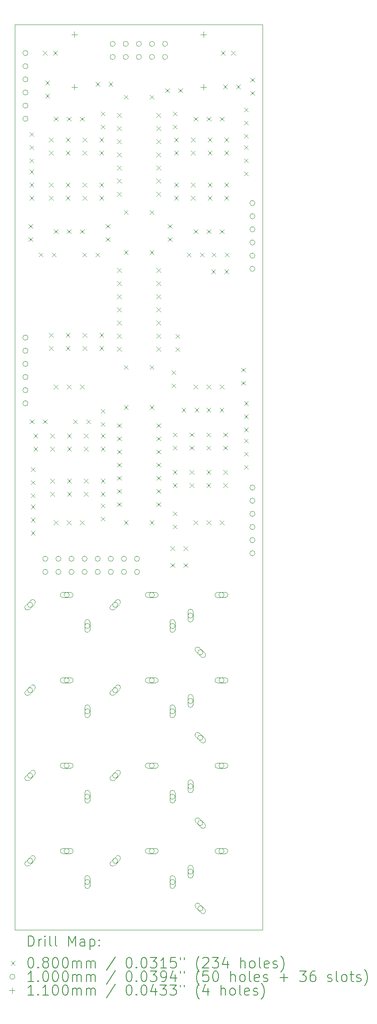
<source format=gbr>
%TF.GenerationSoftware,KiCad,Pcbnew,9.0.4*%
%TF.CreationDate,2025-10-04T20:19:20+02:00*%
%TF.ProjectId,DMH_VCA_Bank_PCB_1,444d485f-5643-4415-9f42-616e6b5f5043,1*%
%TF.SameCoordinates,Original*%
%TF.FileFunction,Drillmap*%
%TF.FilePolarity,Positive*%
%FSLAX45Y45*%
G04 Gerber Fmt 4.5, Leading zero omitted, Abs format (unit mm)*
G04 Created by KiCad (PCBNEW 9.0.4) date 2025-10-04 20:19:20*
%MOMM*%
%LPD*%
G01*
G04 APERTURE LIST*
%ADD10C,0.050000*%
%ADD11C,0.200000*%
%ADD12C,0.100000*%
%ADD13C,0.110000*%
G04 APERTURE END LIST*
D10*
X5100000Y-4250000D02*
X9900000Y-4250000D01*
X9900000Y-21750000D01*
X5100000Y-21750000D01*
X5100000Y-4250000D01*
D11*
D12*
X5360000Y-8105500D02*
X5440000Y-8185500D01*
X5440000Y-8105500D02*
X5360000Y-8185500D01*
X5360000Y-8359500D02*
X5440000Y-8439500D01*
X5440000Y-8359500D02*
X5360000Y-8439500D01*
X5380000Y-6330000D02*
X5460000Y-6410000D01*
X5460000Y-6330000D02*
X5380000Y-6410000D01*
X5380000Y-6584000D02*
X5460000Y-6664000D01*
X5460000Y-6584000D02*
X5380000Y-6664000D01*
X5380000Y-6838000D02*
X5460000Y-6918000D01*
X5460000Y-6838000D02*
X5380000Y-6918000D01*
X5380000Y-7055000D02*
X5460000Y-7135000D01*
X5460000Y-7055000D02*
X5380000Y-7135000D01*
X5380000Y-7309000D02*
X5460000Y-7389000D01*
X5460000Y-7309000D02*
X5380000Y-7389000D01*
X5380000Y-7563000D02*
X5460000Y-7643000D01*
X5460000Y-7563000D02*
X5380000Y-7643000D01*
X5385500Y-11885000D02*
X5465500Y-11965000D01*
X5465500Y-11885000D02*
X5385500Y-11965000D01*
X5405000Y-12805000D02*
X5485000Y-12885000D01*
X5485000Y-12805000D02*
X5405000Y-12885000D01*
X5405000Y-13059000D02*
X5485000Y-13139000D01*
X5485000Y-13059000D02*
X5405000Y-13139000D01*
X5405000Y-13313000D02*
X5485000Y-13393000D01*
X5485000Y-13313000D02*
X5405000Y-13393000D01*
X5405000Y-13530000D02*
X5485000Y-13610000D01*
X5485000Y-13530000D02*
X5405000Y-13610000D01*
X5405000Y-13784000D02*
X5485000Y-13864000D01*
X5485000Y-13784000D02*
X5405000Y-13864000D01*
X5405000Y-14038000D02*
X5485000Y-14118000D01*
X5485000Y-14038000D02*
X5405000Y-14118000D01*
X5460000Y-12160500D02*
X5540000Y-12240500D01*
X5540000Y-12160500D02*
X5460000Y-12240500D01*
X5460000Y-12414500D02*
X5540000Y-12494500D01*
X5540000Y-12414500D02*
X5460000Y-12494500D01*
X5560500Y-8660000D02*
X5640500Y-8740000D01*
X5640500Y-8660000D02*
X5560500Y-8740000D01*
X5639489Y-4760000D02*
X5719489Y-4840000D01*
X5719489Y-4760000D02*
X5639489Y-4840000D01*
X5639500Y-11885000D02*
X5719500Y-11965000D01*
X5719500Y-11885000D02*
X5639500Y-11965000D01*
X5685000Y-5335500D02*
X5765000Y-5415500D01*
X5765000Y-5335500D02*
X5685000Y-5415500D01*
X5685000Y-5589500D02*
X5765000Y-5669500D01*
X5765000Y-5589500D02*
X5685000Y-5669500D01*
X5760000Y-6435500D02*
X5840000Y-6515500D01*
X5840000Y-6435500D02*
X5760000Y-6515500D01*
X5760000Y-6689500D02*
X5840000Y-6769500D01*
X5840000Y-6689500D02*
X5760000Y-6769500D01*
X5760000Y-7305500D02*
X5840000Y-7385500D01*
X5840000Y-7305500D02*
X5760000Y-7385500D01*
X5760000Y-7559500D02*
X5840000Y-7639500D01*
X5840000Y-7559500D02*
X5760000Y-7639500D01*
X5760000Y-10210500D02*
X5840000Y-10290500D01*
X5840000Y-10210500D02*
X5760000Y-10290500D01*
X5760000Y-10464500D02*
X5840000Y-10544500D01*
X5840000Y-10464500D02*
X5760000Y-10544500D01*
X5785000Y-12160500D02*
X5865000Y-12240500D01*
X5865000Y-12160500D02*
X5785000Y-12240500D01*
X5785000Y-12414500D02*
X5865000Y-12494500D01*
X5865000Y-12414500D02*
X5785000Y-12494500D01*
X5785000Y-13030500D02*
X5865000Y-13110500D01*
X5865000Y-13030500D02*
X5785000Y-13110500D01*
X5785000Y-13284500D02*
X5865000Y-13364500D01*
X5865000Y-13284500D02*
X5785000Y-13364500D01*
X5814500Y-8660000D02*
X5894500Y-8740000D01*
X5894500Y-8660000D02*
X5814500Y-8740000D01*
X5839489Y-4760000D02*
X5919489Y-4840000D01*
X5919489Y-4760000D02*
X5839489Y-4840000D01*
X5852000Y-6035000D02*
X5932000Y-6115000D01*
X5932000Y-6035000D02*
X5852000Y-6115000D01*
X5852000Y-8210000D02*
X5932000Y-8290000D01*
X5932000Y-8210000D02*
X5852000Y-8290000D01*
X5852000Y-11210000D02*
X5932000Y-11290000D01*
X5932000Y-11210000D02*
X5852000Y-11290000D01*
X5852000Y-13835000D02*
X5932000Y-13915000D01*
X5932000Y-13835000D02*
X5852000Y-13915000D01*
X6085000Y-6435500D02*
X6165000Y-6515500D01*
X6165000Y-6435500D02*
X6085000Y-6515500D01*
X6085000Y-6689500D02*
X6165000Y-6769500D01*
X6165000Y-6689500D02*
X6085000Y-6769500D01*
X6085000Y-7305500D02*
X6165000Y-7385500D01*
X6165000Y-7305500D02*
X6085000Y-7385500D01*
X6085000Y-7559500D02*
X6165000Y-7639500D01*
X6165000Y-7559500D02*
X6085000Y-7639500D01*
X6085000Y-10210500D02*
X6165000Y-10290500D01*
X6165000Y-10210500D02*
X6085000Y-10290500D01*
X6085000Y-10464500D02*
X6165000Y-10544500D01*
X6165000Y-10464500D02*
X6085000Y-10544500D01*
X6106000Y-6035000D02*
X6186000Y-6115000D01*
X6186000Y-6035000D02*
X6106000Y-6115000D01*
X6106000Y-8210000D02*
X6186000Y-8290000D01*
X6186000Y-8210000D02*
X6106000Y-8290000D01*
X6106000Y-11210000D02*
X6186000Y-11290000D01*
X6186000Y-11210000D02*
X6106000Y-11290000D01*
X6106000Y-13835000D02*
X6186000Y-13915000D01*
X6186000Y-13835000D02*
X6106000Y-13915000D01*
X6110000Y-12160500D02*
X6190000Y-12240500D01*
X6190000Y-12160500D02*
X6110000Y-12240500D01*
X6110000Y-12414500D02*
X6190000Y-12494500D01*
X6190000Y-12414500D02*
X6110000Y-12494500D01*
X6110000Y-13030500D02*
X6190000Y-13110500D01*
X6190000Y-13030500D02*
X6110000Y-13110500D01*
X6110000Y-13284500D02*
X6190000Y-13364500D01*
X6190000Y-13284500D02*
X6110000Y-13364500D01*
X6230500Y-11885000D02*
X6310500Y-11965000D01*
X6310500Y-11885000D02*
X6230500Y-11965000D01*
X6360000Y-6035000D02*
X6440000Y-6115000D01*
X6440000Y-6035000D02*
X6360000Y-6115000D01*
X6360000Y-8210000D02*
X6440000Y-8290000D01*
X6440000Y-8210000D02*
X6360000Y-8290000D01*
X6360000Y-11210000D02*
X6440000Y-11290000D01*
X6440000Y-11210000D02*
X6360000Y-11290000D01*
X6360000Y-13835000D02*
X6440000Y-13915000D01*
X6440000Y-13835000D02*
X6360000Y-13915000D01*
X6405500Y-8660000D02*
X6485500Y-8740000D01*
X6485500Y-8660000D02*
X6405500Y-8740000D01*
X6410000Y-6435500D02*
X6490000Y-6515500D01*
X6490000Y-6435500D02*
X6410000Y-6515500D01*
X6410000Y-6689500D02*
X6490000Y-6769500D01*
X6490000Y-6689500D02*
X6410000Y-6769500D01*
X6410000Y-7305500D02*
X6490000Y-7385500D01*
X6490000Y-7305500D02*
X6410000Y-7385500D01*
X6410000Y-7559500D02*
X6490000Y-7639500D01*
X6490000Y-7559500D02*
X6410000Y-7639500D01*
X6410000Y-10210500D02*
X6490000Y-10290500D01*
X6490000Y-10210500D02*
X6410000Y-10290500D01*
X6410000Y-10464500D02*
X6490000Y-10544500D01*
X6490000Y-10464500D02*
X6410000Y-10544500D01*
X6435000Y-12160500D02*
X6515000Y-12240500D01*
X6515000Y-12160500D02*
X6435000Y-12240500D01*
X6435000Y-12414500D02*
X6515000Y-12494500D01*
X6515000Y-12414500D02*
X6435000Y-12494500D01*
X6435000Y-13030500D02*
X6515000Y-13110500D01*
X6515000Y-13030500D02*
X6435000Y-13110500D01*
X6435000Y-13284500D02*
X6515000Y-13364500D01*
X6515000Y-13284500D02*
X6435000Y-13364500D01*
X6484500Y-11885000D02*
X6564500Y-11965000D01*
X6564500Y-11885000D02*
X6484500Y-11965000D01*
X6659500Y-8660000D02*
X6739500Y-8740000D01*
X6739500Y-8660000D02*
X6659500Y-8740000D01*
X6660500Y-5360000D02*
X6740500Y-5440000D01*
X6740500Y-5360000D02*
X6660500Y-5440000D01*
X6735000Y-6435500D02*
X6815000Y-6515500D01*
X6815000Y-6435500D02*
X6735000Y-6515500D01*
X6735000Y-6689500D02*
X6815000Y-6769500D01*
X6815000Y-6689500D02*
X6735000Y-6769500D01*
X6735000Y-7305500D02*
X6815000Y-7385500D01*
X6815000Y-7305500D02*
X6735000Y-7385500D01*
X6735000Y-7559500D02*
X6815000Y-7639500D01*
X6815000Y-7559500D02*
X6735000Y-7639500D01*
X6735000Y-10210500D02*
X6815000Y-10290500D01*
X6815000Y-10210500D02*
X6735000Y-10290500D01*
X6735000Y-10464500D02*
X6815000Y-10544500D01*
X6815000Y-10464500D02*
X6735000Y-10544500D01*
X6760000Y-5930500D02*
X6840000Y-6010500D01*
X6840000Y-5930500D02*
X6760000Y-6010500D01*
X6760000Y-6184500D02*
X6840000Y-6264500D01*
X6840000Y-6184500D02*
X6760000Y-6264500D01*
X6760000Y-11680500D02*
X6840000Y-11760500D01*
X6840000Y-11680500D02*
X6760000Y-11760500D01*
X6760000Y-11934500D02*
X6840000Y-12014500D01*
X6840000Y-11934500D02*
X6760000Y-12014500D01*
X6760000Y-12160500D02*
X6840000Y-12240500D01*
X6840000Y-12160500D02*
X6760000Y-12240500D01*
X6760000Y-12414500D02*
X6840000Y-12494500D01*
X6840000Y-12414500D02*
X6760000Y-12494500D01*
X6760000Y-13030500D02*
X6840000Y-13110500D01*
X6840000Y-13030500D02*
X6760000Y-13110500D01*
X6760000Y-13284500D02*
X6840000Y-13364500D01*
X6840000Y-13284500D02*
X6760000Y-13364500D01*
X6760000Y-13510500D02*
X6840000Y-13590500D01*
X6840000Y-13510500D02*
X6760000Y-13590500D01*
X6760000Y-13764500D02*
X6840000Y-13844500D01*
X6840000Y-13764500D02*
X6760000Y-13844500D01*
X6860000Y-8105500D02*
X6940000Y-8185500D01*
X6940000Y-8105500D02*
X6860000Y-8185500D01*
X6860000Y-8359500D02*
X6940000Y-8439500D01*
X6940000Y-8359500D02*
X6860000Y-8439500D01*
X6914500Y-5360000D02*
X6994500Y-5440000D01*
X6994500Y-5360000D02*
X6914500Y-5440000D01*
X7079000Y-5960000D02*
X7159000Y-6040000D01*
X7159000Y-5960000D02*
X7079000Y-6040000D01*
X7079000Y-6214000D02*
X7159000Y-6294000D01*
X7159000Y-6214000D02*
X7079000Y-6294000D01*
X7079000Y-6468000D02*
X7159000Y-6548000D01*
X7159000Y-6468000D02*
X7079000Y-6548000D01*
X7079000Y-6722000D02*
X7159000Y-6802000D01*
X7159000Y-6722000D02*
X7079000Y-6802000D01*
X7079000Y-6976000D02*
X7159000Y-7056000D01*
X7159000Y-6976000D02*
X7079000Y-7056000D01*
X7079000Y-7230000D02*
X7159000Y-7310000D01*
X7159000Y-7230000D02*
X7079000Y-7310000D01*
X7079000Y-7484000D02*
X7159000Y-7564000D01*
X7159000Y-7484000D02*
X7079000Y-7564000D01*
X7079000Y-8960000D02*
X7159000Y-9040000D01*
X7159000Y-8960000D02*
X7079000Y-9040000D01*
X7079000Y-9214000D02*
X7159000Y-9294000D01*
X7159000Y-9214000D02*
X7079000Y-9294000D01*
X7079000Y-9468000D02*
X7159000Y-9548000D01*
X7159000Y-9468000D02*
X7079000Y-9548000D01*
X7079000Y-9722000D02*
X7159000Y-9802000D01*
X7159000Y-9722000D02*
X7079000Y-9802000D01*
X7079000Y-9976000D02*
X7159000Y-10056000D01*
X7159000Y-9976000D02*
X7079000Y-10056000D01*
X7079000Y-10230000D02*
X7159000Y-10310000D01*
X7159000Y-10230000D02*
X7079000Y-10310000D01*
X7079000Y-10484000D02*
X7159000Y-10564000D01*
X7159000Y-10484000D02*
X7079000Y-10564000D01*
X7079000Y-11960000D02*
X7159000Y-12040000D01*
X7159000Y-11960000D02*
X7079000Y-12040000D01*
X7079000Y-12214000D02*
X7159000Y-12294000D01*
X7159000Y-12214000D02*
X7079000Y-12294000D01*
X7079000Y-12468000D02*
X7159000Y-12548000D01*
X7159000Y-12468000D02*
X7079000Y-12548000D01*
X7079000Y-12722000D02*
X7159000Y-12802000D01*
X7159000Y-12722000D02*
X7079000Y-12802000D01*
X7079000Y-12976000D02*
X7159000Y-13056000D01*
X7159000Y-12976000D02*
X7079000Y-13056000D01*
X7079000Y-13230000D02*
X7159000Y-13310000D01*
X7159000Y-13230000D02*
X7079000Y-13310000D01*
X7079000Y-13484000D02*
X7159000Y-13564000D01*
X7159000Y-13484000D02*
X7079000Y-13564000D01*
X7210000Y-5610000D02*
X7290000Y-5690000D01*
X7290000Y-5610000D02*
X7210000Y-5690000D01*
X7210000Y-7835000D02*
X7290000Y-7915000D01*
X7290000Y-7835000D02*
X7210000Y-7915000D01*
X7210000Y-8610000D02*
X7290000Y-8690000D01*
X7290000Y-8610000D02*
X7210000Y-8690000D01*
X7210000Y-10835000D02*
X7290000Y-10915000D01*
X7290000Y-10835000D02*
X7210000Y-10915000D01*
X7210000Y-11610000D02*
X7290000Y-11690000D01*
X7290000Y-11610000D02*
X7210000Y-11690000D01*
X7210000Y-13835000D02*
X7290000Y-13915000D01*
X7290000Y-13835000D02*
X7210000Y-13915000D01*
X7710000Y-5610000D02*
X7790000Y-5690000D01*
X7790000Y-5610000D02*
X7710000Y-5690000D01*
X7710000Y-7835000D02*
X7790000Y-7915000D01*
X7790000Y-7835000D02*
X7710000Y-7915000D01*
X7710000Y-8610000D02*
X7790000Y-8690000D01*
X7790000Y-8610000D02*
X7710000Y-8690000D01*
X7710000Y-10835000D02*
X7790000Y-10915000D01*
X7790000Y-10835000D02*
X7710000Y-10915000D01*
X7710000Y-11610000D02*
X7790000Y-11690000D01*
X7790000Y-11610000D02*
X7710000Y-11690000D01*
X7710000Y-13835000D02*
X7790000Y-13915000D01*
X7790000Y-13835000D02*
X7710000Y-13915000D01*
X7841000Y-5960000D02*
X7921000Y-6040000D01*
X7921000Y-5960000D02*
X7841000Y-6040000D01*
X7841000Y-6214000D02*
X7921000Y-6294000D01*
X7921000Y-6214000D02*
X7841000Y-6294000D01*
X7841000Y-6468000D02*
X7921000Y-6548000D01*
X7921000Y-6468000D02*
X7841000Y-6548000D01*
X7841000Y-6722000D02*
X7921000Y-6802000D01*
X7921000Y-6722000D02*
X7841000Y-6802000D01*
X7841000Y-6976000D02*
X7921000Y-7056000D01*
X7921000Y-6976000D02*
X7841000Y-7056000D01*
X7841000Y-7230000D02*
X7921000Y-7310000D01*
X7921000Y-7230000D02*
X7841000Y-7310000D01*
X7841000Y-7484000D02*
X7921000Y-7564000D01*
X7921000Y-7484000D02*
X7841000Y-7564000D01*
X7841000Y-8960000D02*
X7921000Y-9040000D01*
X7921000Y-8960000D02*
X7841000Y-9040000D01*
X7841000Y-9214000D02*
X7921000Y-9294000D01*
X7921000Y-9214000D02*
X7841000Y-9294000D01*
X7841000Y-9468000D02*
X7921000Y-9548000D01*
X7921000Y-9468000D02*
X7841000Y-9548000D01*
X7841000Y-9722000D02*
X7921000Y-9802000D01*
X7921000Y-9722000D02*
X7841000Y-9802000D01*
X7841000Y-9976000D02*
X7921000Y-10056000D01*
X7921000Y-9976000D02*
X7841000Y-10056000D01*
X7841000Y-10230000D02*
X7921000Y-10310000D01*
X7921000Y-10230000D02*
X7841000Y-10310000D01*
X7841000Y-10484000D02*
X7921000Y-10564000D01*
X7921000Y-10484000D02*
X7841000Y-10564000D01*
X7841000Y-11960000D02*
X7921000Y-12040000D01*
X7921000Y-11960000D02*
X7841000Y-12040000D01*
X7841000Y-12214000D02*
X7921000Y-12294000D01*
X7921000Y-12214000D02*
X7841000Y-12294000D01*
X7841000Y-12468000D02*
X7921000Y-12548000D01*
X7921000Y-12468000D02*
X7841000Y-12548000D01*
X7841000Y-12722000D02*
X7921000Y-12802000D01*
X7921000Y-12722000D02*
X7841000Y-12802000D01*
X7841000Y-12976000D02*
X7921000Y-13056000D01*
X7921000Y-12976000D02*
X7841000Y-13056000D01*
X7841000Y-13230000D02*
X7921000Y-13310000D01*
X7921000Y-13230000D02*
X7841000Y-13310000D01*
X7841000Y-13484000D02*
X7921000Y-13564000D01*
X7921000Y-13484000D02*
X7841000Y-13564000D01*
X8010000Y-5485000D02*
X8090000Y-5565000D01*
X8090000Y-5485000D02*
X8010000Y-5565000D01*
X8060000Y-8105500D02*
X8140000Y-8185500D01*
X8140000Y-8105500D02*
X8060000Y-8185500D01*
X8060000Y-8359500D02*
X8140000Y-8439500D01*
X8140000Y-8359500D02*
X8060000Y-8439500D01*
X8110500Y-14335000D02*
X8190500Y-14415000D01*
X8190500Y-14335000D02*
X8110500Y-14415000D01*
X8110500Y-14660000D02*
X8190500Y-14740000D01*
X8190500Y-14660000D02*
X8110500Y-14740000D01*
X8135000Y-10935500D02*
X8215000Y-11015500D01*
X8215000Y-10935500D02*
X8135000Y-11015500D01*
X8135000Y-11189500D02*
X8215000Y-11269500D01*
X8215000Y-11189500D02*
X8135000Y-11269500D01*
X8160000Y-5930500D02*
X8240000Y-6010500D01*
X8240000Y-5930500D02*
X8160000Y-6010500D01*
X8160000Y-6184500D02*
X8240000Y-6264500D01*
X8240000Y-6184500D02*
X8160000Y-6264500D01*
X8160000Y-12135500D02*
X8240000Y-12215500D01*
X8240000Y-12135500D02*
X8160000Y-12215500D01*
X8160000Y-12389500D02*
X8240000Y-12469500D01*
X8240000Y-12389500D02*
X8160000Y-12469500D01*
X8160000Y-12860500D02*
X8240000Y-12940500D01*
X8240000Y-12860500D02*
X8160000Y-12940500D01*
X8160000Y-13114500D02*
X8240000Y-13194500D01*
X8240000Y-13114500D02*
X8160000Y-13194500D01*
X8160000Y-13660500D02*
X8240000Y-13740500D01*
X8240000Y-13660500D02*
X8160000Y-13740500D01*
X8160000Y-13914500D02*
X8240000Y-13994500D01*
X8240000Y-13914500D02*
X8160000Y-13994500D01*
X8185000Y-6435500D02*
X8265000Y-6515500D01*
X8265000Y-6435500D02*
X8185000Y-6515500D01*
X8185000Y-6689500D02*
X8265000Y-6769500D01*
X8265000Y-6689500D02*
X8185000Y-6769500D01*
X8185000Y-7305500D02*
X8265000Y-7385500D01*
X8265000Y-7305500D02*
X8185000Y-7385500D01*
X8185000Y-7559500D02*
X8265000Y-7639500D01*
X8265000Y-7559500D02*
X8185000Y-7639500D01*
X8210000Y-10230500D02*
X8290000Y-10310500D01*
X8290000Y-10230500D02*
X8210000Y-10310500D01*
X8210000Y-10484500D02*
X8290000Y-10564500D01*
X8290000Y-10484500D02*
X8210000Y-10564500D01*
X8264000Y-5485000D02*
X8344000Y-5565000D01*
X8344000Y-5485000D02*
X8264000Y-5565000D01*
X8330500Y-11660000D02*
X8410500Y-11740000D01*
X8410500Y-11660000D02*
X8330500Y-11740000D01*
X8364500Y-14335000D02*
X8444500Y-14415000D01*
X8444500Y-14335000D02*
X8364500Y-14415000D01*
X8364500Y-14660000D02*
X8444500Y-14740000D01*
X8444500Y-14660000D02*
X8364500Y-14740000D01*
X8430500Y-8660000D02*
X8510500Y-8740000D01*
X8510500Y-8660000D02*
X8430500Y-8740000D01*
X8485000Y-12135500D02*
X8565000Y-12215500D01*
X8565000Y-12135500D02*
X8485000Y-12215500D01*
X8485000Y-12389500D02*
X8565000Y-12469500D01*
X8565000Y-12389500D02*
X8485000Y-12469500D01*
X8485000Y-12860500D02*
X8565000Y-12940500D01*
X8565000Y-12860500D02*
X8485000Y-12940500D01*
X8485000Y-13114500D02*
X8565000Y-13194500D01*
X8565000Y-13114500D02*
X8485000Y-13194500D01*
X8510000Y-6435500D02*
X8590000Y-6515500D01*
X8590000Y-6435500D02*
X8510000Y-6515500D01*
X8510000Y-6689500D02*
X8590000Y-6769500D01*
X8590000Y-6689500D02*
X8510000Y-6769500D01*
X8510000Y-7305500D02*
X8590000Y-7385500D01*
X8590000Y-7305500D02*
X8510000Y-7385500D01*
X8510000Y-7559500D02*
X8590000Y-7639500D01*
X8590000Y-7559500D02*
X8510000Y-7639500D01*
X8562000Y-6035000D02*
X8642000Y-6115000D01*
X8642000Y-6035000D02*
X8562000Y-6115000D01*
X8562000Y-8210000D02*
X8642000Y-8290000D01*
X8642000Y-8210000D02*
X8562000Y-8290000D01*
X8562000Y-11210000D02*
X8642000Y-11290000D01*
X8642000Y-11210000D02*
X8562000Y-11290000D01*
X8562000Y-13835000D02*
X8642000Y-13915000D01*
X8642000Y-13835000D02*
X8562000Y-13915000D01*
X8584500Y-11660000D02*
X8664500Y-11740000D01*
X8664500Y-11660000D02*
X8584500Y-11740000D01*
X8684500Y-8660000D02*
X8764500Y-8740000D01*
X8764500Y-8660000D02*
X8684500Y-8740000D01*
X8810000Y-12135500D02*
X8890000Y-12215500D01*
X8890000Y-12135500D02*
X8810000Y-12215500D01*
X8810000Y-12389500D02*
X8890000Y-12469500D01*
X8890000Y-12389500D02*
X8810000Y-12469500D01*
X8810000Y-12860500D02*
X8890000Y-12940500D01*
X8890000Y-12860500D02*
X8810000Y-12940500D01*
X8810000Y-13114500D02*
X8890000Y-13194500D01*
X8890000Y-13114500D02*
X8810000Y-13194500D01*
X8810500Y-11660000D02*
X8890500Y-11740000D01*
X8890500Y-11660000D02*
X8810500Y-11740000D01*
X8816000Y-6035000D02*
X8896000Y-6115000D01*
X8896000Y-6035000D02*
X8816000Y-6115000D01*
X8816000Y-8210000D02*
X8896000Y-8290000D01*
X8896000Y-8210000D02*
X8816000Y-8290000D01*
X8816000Y-11210000D02*
X8896000Y-11290000D01*
X8896000Y-11210000D02*
X8816000Y-11290000D01*
X8816000Y-13835000D02*
X8896000Y-13915000D01*
X8896000Y-13835000D02*
X8816000Y-13915000D01*
X8835000Y-6435500D02*
X8915000Y-6515500D01*
X8915000Y-6435500D02*
X8835000Y-6515500D01*
X8835000Y-6689500D02*
X8915000Y-6769500D01*
X8915000Y-6689500D02*
X8835000Y-6769500D01*
X8835000Y-7305500D02*
X8915000Y-7385500D01*
X8915000Y-7305500D02*
X8835000Y-7385500D01*
X8835000Y-7559500D02*
X8915000Y-7639500D01*
X8915000Y-7559500D02*
X8835000Y-7639500D01*
X8906000Y-8985000D02*
X8986000Y-9065000D01*
X8986000Y-8985000D02*
X8906000Y-9065000D01*
X8910500Y-8660000D02*
X8990500Y-8740000D01*
X8990500Y-8660000D02*
X8910500Y-8740000D01*
X9064500Y-11660000D02*
X9144500Y-11740000D01*
X9144500Y-11660000D02*
X9064500Y-11740000D01*
X9070000Y-6035000D02*
X9150000Y-6115000D01*
X9150000Y-6035000D02*
X9070000Y-6115000D01*
X9070000Y-8210000D02*
X9150000Y-8290000D01*
X9150000Y-8210000D02*
X9070000Y-8290000D01*
X9070000Y-11210000D02*
X9150000Y-11290000D01*
X9150000Y-11210000D02*
X9070000Y-11290000D01*
X9070000Y-13835000D02*
X9150000Y-13915000D01*
X9150000Y-13835000D02*
X9070000Y-13915000D01*
X9089489Y-4760000D02*
X9169489Y-4840000D01*
X9169489Y-4760000D02*
X9089489Y-4840000D01*
X9130500Y-5410000D02*
X9210500Y-5490000D01*
X9210500Y-5410000D02*
X9130500Y-5490000D01*
X9135000Y-12135500D02*
X9215000Y-12215500D01*
X9215000Y-12135500D02*
X9135000Y-12215500D01*
X9135000Y-12389500D02*
X9215000Y-12469500D01*
X9215000Y-12389500D02*
X9135000Y-12469500D01*
X9135000Y-12860500D02*
X9215000Y-12940500D01*
X9215000Y-12860500D02*
X9135000Y-12940500D01*
X9135000Y-13114500D02*
X9215000Y-13194500D01*
X9215000Y-13114500D02*
X9135000Y-13194500D01*
X9160000Y-6435500D02*
X9240000Y-6515500D01*
X9240000Y-6435500D02*
X9160000Y-6515500D01*
X9160000Y-6689500D02*
X9240000Y-6769500D01*
X9240000Y-6689500D02*
X9160000Y-6769500D01*
X9160000Y-7305500D02*
X9240000Y-7385500D01*
X9240000Y-7305500D02*
X9160000Y-7385500D01*
X9160000Y-7559500D02*
X9240000Y-7639500D01*
X9240000Y-7559500D02*
X9160000Y-7639500D01*
X9160000Y-8985000D02*
X9240000Y-9065000D01*
X9240000Y-8985000D02*
X9160000Y-9065000D01*
X9164500Y-8660000D02*
X9244500Y-8740000D01*
X9244500Y-8660000D02*
X9164500Y-8740000D01*
X9289489Y-4760000D02*
X9369489Y-4840000D01*
X9369489Y-4760000D02*
X9289489Y-4840000D01*
X9384500Y-5410000D02*
X9464500Y-5490000D01*
X9464500Y-5410000D02*
X9384500Y-5490000D01*
X9485000Y-10885500D02*
X9565000Y-10965500D01*
X9565000Y-10885500D02*
X9485000Y-10965500D01*
X9485000Y-11139500D02*
X9565000Y-11219500D01*
X9565000Y-11139500D02*
X9485000Y-11219500D01*
X9540000Y-5857000D02*
X9620000Y-5937000D01*
X9620000Y-5857000D02*
X9540000Y-5937000D01*
X9540000Y-6111000D02*
X9620000Y-6191000D01*
X9620000Y-6111000D02*
X9540000Y-6191000D01*
X9540000Y-6365000D02*
X9620000Y-6445000D01*
X9620000Y-6365000D02*
X9540000Y-6445000D01*
X9540000Y-6582000D02*
X9620000Y-6662000D01*
X9620000Y-6582000D02*
X9540000Y-6662000D01*
X9540000Y-6836000D02*
X9620000Y-6916000D01*
X9620000Y-6836000D02*
X9540000Y-6916000D01*
X9540000Y-7090000D02*
X9620000Y-7170000D01*
X9620000Y-7090000D02*
X9540000Y-7170000D01*
X9540000Y-11532000D02*
X9620000Y-11612000D01*
X9620000Y-11532000D02*
X9540000Y-11612000D01*
X9540000Y-11786000D02*
X9620000Y-11866000D01*
X9620000Y-11786000D02*
X9540000Y-11866000D01*
X9540000Y-12040000D02*
X9620000Y-12120000D01*
X9620000Y-12040000D02*
X9540000Y-12120000D01*
X9540000Y-12257000D02*
X9620000Y-12337000D01*
X9620000Y-12257000D02*
X9540000Y-12337000D01*
X9540000Y-12511000D02*
X9620000Y-12591000D01*
X9620000Y-12511000D02*
X9540000Y-12591000D01*
X9540000Y-12765000D02*
X9620000Y-12845000D01*
X9620000Y-12765000D02*
X9540000Y-12845000D01*
X9660000Y-5280500D02*
X9740000Y-5360500D01*
X9740000Y-5280500D02*
X9660000Y-5360500D01*
X9660000Y-5534500D02*
X9740000Y-5614500D01*
X9740000Y-5534500D02*
X9660000Y-5614500D01*
X5350000Y-4800000D02*
G75*
G02*
X5250000Y-4800000I-50000J0D01*
G01*
X5250000Y-4800000D02*
G75*
G02*
X5350000Y-4800000I50000J0D01*
G01*
X5350000Y-5054000D02*
G75*
G02*
X5250000Y-5054000I-50000J0D01*
G01*
X5250000Y-5054000D02*
G75*
G02*
X5350000Y-5054000I50000J0D01*
G01*
X5350000Y-5308000D02*
G75*
G02*
X5250000Y-5308000I-50000J0D01*
G01*
X5250000Y-5308000D02*
G75*
G02*
X5350000Y-5308000I50000J0D01*
G01*
X5350000Y-5562000D02*
G75*
G02*
X5250000Y-5562000I-50000J0D01*
G01*
X5250000Y-5562000D02*
G75*
G02*
X5350000Y-5562000I50000J0D01*
G01*
X5350000Y-5816000D02*
G75*
G02*
X5250000Y-5816000I-50000J0D01*
G01*
X5250000Y-5816000D02*
G75*
G02*
X5350000Y-5816000I50000J0D01*
G01*
X5350000Y-6070000D02*
G75*
G02*
X5250000Y-6070000I-50000J0D01*
G01*
X5250000Y-6070000D02*
G75*
G02*
X5350000Y-6070000I50000J0D01*
G01*
X5350000Y-10300000D02*
G75*
G02*
X5250000Y-10300000I-50000J0D01*
G01*
X5250000Y-10300000D02*
G75*
G02*
X5350000Y-10300000I50000J0D01*
G01*
X5350000Y-10554000D02*
G75*
G02*
X5250000Y-10554000I-50000J0D01*
G01*
X5250000Y-10554000D02*
G75*
G02*
X5350000Y-10554000I50000J0D01*
G01*
X5350000Y-10808000D02*
G75*
G02*
X5250000Y-10808000I-50000J0D01*
G01*
X5250000Y-10808000D02*
G75*
G02*
X5350000Y-10808000I50000J0D01*
G01*
X5350000Y-11062000D02*
G75*
G02*
X5250000Y-11062000I-50000J0D01*
G01*
X5250000Y-11062000D02*
G75*
G02*
X5350000Y-11062000I50000J0D01*
G01*
X5350000Y-11316000D02*
G75*
G02*
X5250000Y-11316000I-50000J0D01*
G01*
X5250000Y-11316000D02*
G75*
G02*
X5350000Y-11316000I50000J0D01*
G01*
X5350000Y-11570000D02*
G75*
G02*
X5250000Y-11570000I-50000J0D01*
G01*
X5250000Y-11570000D02*
G75*
G02*
X5350000Y-11570000I50000J0D01*
G01*
X5440381Y-15465381D02*
G75*
G02*
X5340381Y-15465381I-50000J0D01*
G01*
X5340381Y-15465381D02*
G75*
G02*
X5440381Y-15465381I50000J0D01*
G01*
X5408059Y-15376993D02*
X5301993Y-15483059D01*
X5372703Y-15553769D02*
G75*
G02*
X5301993Y-15483059I-35355J35355D01*
G01*
X5372703Y-15553769D02*
X5478769Y-15447703D01*
X5478769Y-15447703D02*
G75*
G03*
X5408059Y-15376993I-35355J35355D01*
G01*
X5440381Y-17115381D02*
G75*
G02*
X5340381Y-17115381I-50000J0D01*
G01*
X5340381Y-17115381D02*
G75*
G02*
X5440381Y-17115381I50000J0D01*
G01*
X5408059Y-17026993D02*
X5301993Y-17133059D01*
X5372703Y-17203769D02*
G75*
G02*
X5301993Y-17133059I-35355J35355D01*
G01*
X5372703Y-17203769D02*
X5478769Y-17097703D01*
X5478769Y-17097703D02*
G75*
G03*
X5408059Y-17026993I-35355J35355D01*
G01*
X5440381Y-18765381D02*
G75*
G02*
X5340381Y-18765381I-50000J0D01*
G01*
X5340381Y-18765381D02*
G75*
G02*
X5440381Y-18765381I50000J0D01*
G01*
X5408059Y-18676993D02*
X5301993Y-18783059D01*
X5372703Y-18853769D02*
G75*
G02*
X5301993Y-18783059I-35355J35355D01*
G01*
X5372703Y-18853769D02*
X5478769Y-18747703D01*
X5478769Y-18747703D02*
G75*
G03*
X5408059Y-18676993I-35355J35355D01*
G01*
X5440381Y-20415381D02*
G75*
G02*
X5340381Y-20415381I-50000J0D01*
G01*
X5340381Y-20415381D02*
G75*
G02*
X5440381Y-20415381I50000J0D01*
G01*
X5408059Y-20326993D02*
X5301993Y-20433059D01*
X5372703Y-20503769D02*
G75*
G02*
X5301993Y-20433059I-35355J35355D01*
G01*
X5372703Y-20503769D02*
X5478769Y-20397703D01*
X5478769Y-20397703D02*
G75*
G03*
X5408059Y-20326993I-35355J35355D01*
G01*
X5736000Y-14574750D02*
G75*
G02*
X5636000Y-14574750I-50000J0D01*
G01*
X5636000Y-14574750D02*
G75*
G02*
X5736000Y-14574750I50000J0D01*
G01*
X5736000Y-14828750D02*
G75*
G02*
X5636000Y-14828750I-50000J0D01*
G01*
X5636000Y-14828750D02*
G75*
G02*
X5736000Y-14828750I50000J0D01*
G01*
X5990000Y-14574750D02*
G75*
G02*
X5890000Y-14574750I-50000J0D01*
G01*
X5890000Y-14574750D02*
G75*
G02*
X5990000Y-14574750I50000J0D01*
G01*
X5990000Y-14828750D02*
G75*
G02*
X5890000Y-14828750I-50000J0D01*
G01*
X5890000Y-14828750D02*
G75*
G02*
X5990000Y-14828750I50000J0D01*
G01*
X6150000Y-15275000D02*
G75*
G02*
X6050000Y-15275000I-50000J0D01*
G01*
X6050000Y-15275000D02*
G75*
G02*
X6150000Y-15275000I50000J0D01*
G01*
X6025000Y-15325000D02*
X6175000Y-15325000D01*
X6175000Y-15225000D02*
G75*
G02*
X6175000Y-15325000I0J-50000D01*
G01*
X6175000Y-15225000D02*
X6025000Y-15225000D01*
X6025000Y-15225000D02*
G75*
G03*
X6025000Y-15325000I0J-50000D01*
G01*
X6150000Y-16925000D02*
G75*
G02*
X6050000Y-16925000I-50000J0D01*
G01*
X6050000Y-16925000D02*
G75*
G02*
X6150000Y-16925000I50000J0D01*
G01*
X6025000Y-16975000D02*
X6175000Y-16975000D01*
X6175000Y-16875000D02*
G75*
G02*
X6175000Y-16975000I0J-50000D01*
G01*
X6175000Y-16875000D02*
X6025000Y-16875000D01*
X6025000Y-16875000D02*
G75*
G03*
X6025000Y-16975000I0J-50000D01*
G01*
X6150000Y-18575000D02*
G75*
G02*
X6050000Y-18575000I-50000J0D01*
G01*
X6050000Y-18575000D02*
G75*
G02*
X6150000Y-18575000I50000J0D01*
G01*
X6025000Y-18625000D02*
X6175000Y-18625000D01*
X6175000Y-18525000D02*
G75*
G02*
X6175000Y-18625000I0J-50000D01*
G01*
X6175000Y-18525000D02*
X6025000Y-18525000D01*
X6025000Y-18525000D02*
G75*
G03*
X6025000Y-18625000I0J-50000D01*
G01*
X6150000Y-20225000D02*
G75*
G02*
X6050000Y-20225000I-50000J0D01*
G01*
X6050000Y-20225000D02*
G75*
G02*
X6150000Y-20225000I50000J0D01*
G01*
X6025000Y-20275000D02*
X6175000Y-20275000D01*
X6175000Y-20175000D02*
G75*
G02*
X6175000Y-20275000I0J-50000D01*
G01*
X6175000Y-20175000D02*
X6025000Y-20175000D01*
X6025000Y-20175000D02*
G75*
G03*
X6025000Y-20275000I0J-50000D01*
G01*
X6244000Y-14574750D02*
G75*
G02*
X6144000Y-14574750I-50000J0D01*
G01*
X6144000Y-14574750D02*
G75*
G02*
X6244000Y-14574750I50000J0D01*
G01*
X6244000Y-14828750D02*
G75*
G02*
X6144000Y-14828750I-50000J0D01*
G01*
X6144000Y-14828750D02*
G75*
G02*
X6244000Y-14828750I50000J0D01*
G01*
X6498000Y-14574750D02*
G75*
G02*
X6398000Y-14574750I-50000J0D01*
G01*
X6398000Y-14574750D02*
G75*
G02*
X6498000Y-14574750I50000J0D01*
G01*
X6498000Y-14828750D02*
G75*
G02*
X6398000Y-14828750I-50000J0D01*
G01*
X6398000Y-14828750D02*
G75*
G02*
X6498000Y-14828750I50000J0D01*
G01*
X6550000Y-15875000D02*
G75*
G02*
X6450000Y-15875000I-50000J0D01*
G01*
X6450000Y-15875000D02*
G75*
G02*
X6550000Y-15875000I50000J0D01*
G01*
X6450000Y-15800000D02*
X6450000Y-15950000D01*
X6550000Y-15950000D02*
G75*
G02*
X6450000Y-15950000I-50000J0D01*
G01*
X6550000Y-15950000D02*
X6550000Y-15800000D01*
X6550000Y-15800000D02*
G75*
G03*
X6450000Y-15800000I-50000J0D01*
G01*
X6550000Y-17525000D02*
G75*
G02*
X6450000Y-17525000I-50000J0D01*
G01*
X6450000Y-17525000D02*
G75*
G02*
X6550000Y-17525000I50000J0D01*
G01*
X6450000Y-17450000D02*
X6450000Y-17600000D01*
X6550000Y-17600000D02*
G75*
G02*
X6450000Y-17600000I-50000J0D01*
G01*
X6550000Y-17600000D02*
X6550000Y-17450000D01*
X6550000Y-17450000D02*
G75*
G03*
X6450000Y-17450000I-50000J0D01*
G01*
X6550000Y-19175000D02*
G75*
G02*
X6450000Y-19175000I-50000J0D01*
G01*
X6450000Y-19175000D02*
G75*
G02*
X6550000Y-19175000I50000J0D01*
G01*
X6450000Y-19100000D02*
X6450000Y-19250000D01*
X6550000Y-19250000D02*
G75*
G02*
X6450000Y-19250000I-50000J0D01*
G01*
X6550000Y-19250000D02*
X6550000Y-19100000D01*
X6550000Y-19100000D02*
G75*
G03*
X6450000Y-19100000I-50000J0D01*
G01*
X6550000Y-20825000D02*
G75*
G02*
X6450000Y-20825000I-50000J0D01*
G01*
X6450000Y-20825000D02*
G75*
G02*
X6550000Y-20825000I50000J0D01*
G01*
X6450000Y-20750000D02*
X6450000Y-20900000D01*
X6550000Y-20900000D02*
G75*
G02*
X6450000Y-20900000I-50000J0D01*
G01*
X6550000Y-20900000D02*
X6550000Y-20750000D01*
X6550000Y-20750000D02*
G75*
G03*
X6450000Y-20750000I-50000J0D01*
G01*
X6752000Y-14574750D02*
G75*
G02*
X6652000Y-14574750I-50000J0D01*
G01*
X6652000Y-14574750D02*
G75*
G02*
X6752000Y-14574750I50000J0D01*
G01*
X6752000Y-14828750D02*
G75*
G02*
X6652000Y-14828750I-50000J0D01*
G01*
X6652000Y-14828750D02*
G75*
G02*
X6752000Y-14828750I50000J0D01*
G01*
X7006000Y-14574750D02*
G75*
G02*
X6906000Y-14574750I-50000J0D01*
G01*
X6906000Y-14574750D02*
G75*
G02*
X7006000Y-14574750I50000J0D01*
G01*
X7006000Y-14828750D02*
G75*
G02*
X6906000Y-14828750I-50000J0D01*
G01*
X6906000Y-14828750D02*
G75*
G02*
X7006000Y-14828750I50000J0D01*
G01*
X7042000Y-4621250D02*
G75*
G02*
X6942000Y-4621250I-50000J0D01*
G01*
X6942000Y-4621250D02*
G75*
G02*
X7042000Y-4621250I50000J0D01*
G01*
X7042000Y-4875250D02*
G75*
G02*
X6942000Y-4875250I-50000J0D01*
G01*
X6942000Y-4875250D02*
G75*
G02*
X7042000Y-4875250I50000J0D01*
G01*
X7090381Y-15465381D02*
G75*
G02*
X6990381Y-15465381I-50000J0D01*
G01*
X6990381Y-15465381D02*
G75*
G02*
X7090381Y-15465381I50000J0D01*
G01*
X7058059Y-15376993D02*
X6951993Y-15483059D01*
X7022703Y-15553769D02*
G75*
G02*
X6951993Y-15483059I-35355J35355D01*
G01*
X7022703Y-15553769D02*
X7128769Y-15447703D01*
X7128769Y-15447703D02*
G75*
G03*
X7058059Y-15376993I-35355J35355D01*
G01*
X7090381Y-17115381D02*
G75*
G02*
X6990381Y-17115381I-50000J0D01*
G01*
X6990381Y-17115381D02*
G75*
G02*
X7090381Y-17115381I50000J0D01*
G01*
X7058059Y-17026993D02*
X6951993Y-17133059D01*
X7022703Y-17203769D02*
G75*
G02*
X6951993Y-17133059I-35355J35355D01*
G01*
X7022703Y-17203769D02*
X7128769Y-17097703D01*
X7128769Y-17097703D02*
G75*
G03*
X7058059Y-17026993I-35355J35355D01*
G01*
X7090381Y-18765381D02*
G75*
G02*
X6990381Y-18765381I-50000J0D01*
G01*
X6990381Y-18765381D02*
G75*
G02*
X7090381Y-18765381I50000J0D01*
G01*
X7058059Y-18676993D02*
X6951993Y-18783059D01*
X7022703Y-18853769D02*
G75*
G02*
X6951993Y-18783059I-35355J35355D01*
G01*
X7022703Y-18853769D02*
X7128769Y-18747703D01*
X7128769Y-18747703D02*
G75*
G03*
X7058059Y-18676993I-35355J35355D01*
G01*
X7090381Y-20415381D02*
G75*
G02*
X6990381Y-20415381I-50000J0D01*
G01*
X6990381Y-20415381D02*
G75*
G02*
X7090381Y-20415381I50000J0D01*
G01*
X7058059Y-20326993D02*
X6951993Y-20433059D01*
X7022703Y-20503769D02*
G75*
G02*
X6951993Y-20433059I-35355J35355D01*
G01*
X7022703Y-20503769D02*
X7128769Y-20397703D01*
X7128769Y-20397703D02*
G75*
G03*
X7058059Y-20326993I-35355J35355D01*
G01*
X7260000Y-14574750D02*
G75*
G02*
X7160000Y-14574750I-50000J0D01*
G01*
X7160000Y-14574750D02*
G75*
G02*
X7260000Y-14574750I50000J0D01*
G01*
X7260000Y-14828750D02*
G75*
G02*
X7160000Y-14828750I-50000J0D01*
G01*
X7160000Y-14828750D02*
G75*
G02*
X7260000Y-14828750I50000J0D01*
G01*
X7296000Y-4621250D02*
G75*
G02*
X7196000Y-4621250I-50000J0D01*
G01*
X7196000Y-4621250D02*
G75*
G02*
X7296000Y-4621250I50000J0D01*
G01*
X7296000Y-4875250D02*
G75*
G02*
X7196000Y-4875250I-50000J0D01*
G01*
X7196000Y-4875250D02*
G75*
G02*
X7296000Y-4875250I50000J0D01*
G01*
X7514000Y-14574750D02*
G75*
G02*
X7414000Y-14574750I-50000J0D01*
G01*
X7414000Y-14574750D02*
G75*
G02*
X7514000Y-14574750I50000J0D01*
G01*
X7514000Y-14828750D02*
G75*
G02*
X7414000Y-14828750I-50000J0D01*
G01*
X7414000Y-14828750D02*
G75*
G02*
X7514000Y-14828750I50000J0D01*
G01*
X7550000Y-4621250D02*
G75*
G02*
X7450000Y-4621250I-50000J0D01*
G01*
X7450000Y-4621250D02*
G75*
G02*
X7550000Y-4621250I50000J0D01*
G01*
X7550000Y-4875250D02*
G75*
G02*
X7450000Y-4875250I-50000J0D01*
G01*
X7450000Y-4875250D02*
G75*
G02*
X7550000Y-4875250I50000J0D01*
G01*
X7800000Y-15275000D02*
G75*
G02*
X7700000Y-15275000I-50000J0D01*
G01*
X7700000Y-15275000D02*
G75*
G02*
X7800000Y-15275000I50000J0D01*
G01*
X7675000Y-15325000D02*
X7825000Y-15325000D01*
X7825000Y-15225000D02*
G75*
G02*
X7825000Y-15325000I0J-50000D01*
G01*
X7825000Y-15225000D02*
X7675000Y-15225000D01*
X7675000Y-15225000D02*
G75*
G03*
X7675000Y-15325000I0J-50000D01*
G01*
X7800000Y-16925000D02*
G75*
G02*
X7700000Y-16925000I-50000J0D01*
G01*
X7700000Y-16925000D02*
G75*
G02*
X7800000Y-16925000I50000J0D01*
G01*
X7675000Y-16975000D02*
X7825000Y-16975000D01*
X7825000Y-16875000D02*
G75*
G02*
X7825000Y-16975000I0J-50000D01*
G01*
X7825000Y-16875000D02*
X7675000Y-16875000D01*
X7675000Y-16875000D02*
G75*
G03*
X7675000Y-16975000I0J-50000D01*
G01*
X7800000Y-18575000D02*
G75*
G02*
X7700000Y-18575000I-50000J0D01*
G01*
X7700000Y-18575000D02*
G75*
G02*
X7800000Y-18575000I50000J0D01*
G01*
X7675000Y-18625000D02*
X7825000Y-18625000D01*
X7825000Y-18525000D02*
G75*
G02*
X7825000Y-18625000I0J-50000D01*
G01*
X7825000Y-18525000D02*
X7675000Y-18525000D01*
X7675000Y-18525000D02*
G75*
G03*
X7675000Y-18625000I0J-50000D01*
G01*
X7800000Y-20225000D02*
G75*
G02*
X7700000Y-20225000I-50000J0D01*
G01*
X7700000Y-20225000D02*
G75*
G02*
X7800000Y-20225000I50000J0D01*
G01*
X7675000Y-20275000D02*
X7825000Y-20275000D01*
X7825000Y-20175000D02*
G75*
G02*
X7825000Y-20275000I0J-50000D01*
G01*
X7825000Y-20175000D02*
X7675000Y-20175000D01*
X7675000Y-20175000D02*
G75*
G03*
X7675000Y-20275000I0J-50000D01*
G01*
X7804000Y-4621250D02*
G75*
G02*
X7704000Y-4621250I-50000J0D01*
G01*
X7704000Y-4621250D02*
G75*
G02*
X7804000Y-4621250I50000J0D01*
G01*
X7804000Y-4875250D02*
G75*
G02*
X7704000Y-4875250I-50000J0D01*
G01*
X7704000Y-4875250D02*
G75*
G02*
X7804000Y-4875250I50000J0D01*
G01*
X8058000Y-4621250D02*
G75*
G02*
X7958000Y-4621250I-50000J0D01*
G01*
X7958000Y-4621250D02*
G75*
G02*
X8058000Y-4621250I50000J0D01*
G01*
X8058000Y-4875250D02*
G75*
G02*
X7958000Y-4875250I-50000J0D01*
G01*
X7958000Y-4875250D02*
G75*
G02*
X8058000Y-4875250I50000J0D01*
G01*
X8200000Y-15875000D02*
G75*
G02*
X8100000Y-15875000I-50000J0D01*
G01*
X8100000Y-15875000D02*
G75*
G02*
X8200000Y-15875000I50000J0D01*
G01*
X8100000Y-15800000D02*
X8100000Y-15950000D01*
X8200000Y-15950000D02*
G75*
G02*
X8100000Y-15950000I-50000J0D01*
G01*
X8200000Y-15950000D02*
X8200000Y-15800000D01*
X8200000Y-15800000D02*
G75*
G03*
X8100000Y-15800000I-50000J0D01*
G01*
X8200000Y-17525000D02*
G75*
G02*
X8100000Y-17525000I-50000J0D01*
G01*
X8100000Y-17525000D02*
G75*
G02*
X8200000Y-17525000I50000J0D01*
G01*
X8100000Y-17450000D02*
X8100000Y-17600000D01*
X8200000Y-17600000D02*
G75*
G02*
X8100000Y-17600000I-50000J0D01*
G01*
X8200000Y-17600000D02*
X8200000Y-17450000D01*
X8200000Y-17450000D02*
G75*
G03*
X8100000Y-17450000I-50000J0D01*
G01*
X8200000Y-19175000D02*
G75*
G02*
X8100000Y-19175000I-50000J0D01*
G01*
X8100000Y-19175000D02*
G75*
G02*
X8200000Y-19175000I50000J0D01*
G01*
X8100000Y-19100000D02*
X8100000Y-19250000D01*
X8200000Y-19250000D02*
G75*
G02*
X8100000Y-19250000I-50000J0D01*
G01*
X8200000Y-19250000D02*
X8200000Y-19100000D01*
X8200000Y-19100000D02*
G75*
G03*
X8100000Y-19100000I-50000J0D01*
G01*
X8200000Y-20825000D02*
G75*
G02*
X8100000Y-20825000I-50000J0D01*
G01*
X8100000Y-20825000D02*
G75*
G02*
X8200000Y-20825000I50000J0D01*
G01*
X8100000Y-20750000D02*
X8100000Y-20900000D01*
X8200000Y-20900000D02*
G75*
G02*
X8100000Y-20900000I-50000J0D01*
G01*
X8200000Y-20900000D02*
X8200000Y-20750000D01*
X8200000Y-20750000D02*
G75*
G03*
X8100000Y-20750000I-50000J0D01*
G01*
X8550000Y-15675000D02*
G75*
G02*
X8450000Y-15675000I-50000J0D01*
G01*
X8450000Y-15675000D02*
G75*
G02*
X8550000Y-15675000I50000J0D01*
G01*
X8550000Y-15750000D02*
X8550000Y-15600000D01*
X8450000Y-15600000D02*
G75*
G02*
X8550000Y-15600000I50000J0D01*
G01*
X8450000Y-15600000D02*
X8450000Y-15750000D01*
X8450000Y-15750000D02*
G75*
G03*
X8550000Y-15750000I50000J0D01*
G01*
X8550000Y-17325000D02*
G75*
G02*
X8450000Y-17325000I-50000J0D01*
G01*
X8450000Y-17325000D02*
G75*
G02*
X8550000Y-17325000I50000J0D01*
G01*
X8550000Y-17400000D02*
X8550000Y-17250000D01*
X8450000Y-17250000D02*
G75*
G02*
X8550000Y-17250000I50000J0D01*
G01*
X8450000Y-17250000D02*
X8450000Y-17400000D01*
X8450000Y-17400000D02*
G75*
G03*
X8550000Y-17400000I50000J0D01*
G01*
X8550000Y-18975000D02*
G75*
G02*
X8450000Y-18975000I-50000J0D01*
G01*
X8450000Y-18975000D02*
G75*
G02*
X8550000Y-18975000I50000J0D01*
G01*
X8550000Y-19050000D02*
X8550000Y-18900000D01*
X8450000Y-18900000D02*
G75*
G02*
X8550000Y-18900000I50000J0D01*
G01*
X8450000Y-18900000D02*
X8450000Y-19050000D01*
X8450000Y-19050000D02*
G75*
G03*
X8550000Y-19050000I50000J0D01*
G01*
X8550000Y-20625000D02*
G75*
G02*
X8450000Y-20625000I-50000J0D01*
G01*
X8450000Y-20625000D02*
G75*
G02*
X8550000Y-20625000I50000J0D01*
G01*
X8550000Y-20700000D02*
X8550000Y-20550000D01*
X8450000Y-20550000D02*
G75*
G02*
X8550000Y-20550000I50000J0D01*
G01*
X8450000Y-20550000D02*
X8450000Y-20700000D01*
X8450000Y-20700000D02*
G75*
G03*
X8550000Y-20700000I50000J0D01*
G01*
X8740381Y-16384619D02*
G75*
G02*
X8640381Y-16384619I-50000J0D01*
G01*
X8640381Y-16384619D02*
G75*
G02*
X8740381Y-16384619I50000J0D01*
G01*
X8601993Y-16366941D02*
X8708059Y-16473007D01*
X8778769Y-16402297D02*
G75*
G02*
X8708059Y-16473007I-35355J-35355D01*
G01*
X8778769Y-16402297D02*
X8672703Y-16296231D01*
X8672703Y-16296231D02*
G75*
G03*
X8601993Y-16366941I-35355J-35355D01*
G01*
X8740381Y-18034619D02*
G75*
G02*
X8640381Y-18034619I-50000J0D01*
G01*
X8640381Y-18034619D02*
G75*
G02*
X8740381Y-18034619I50000J0D01*
G01*
X8601993Y-18016941D02*
X8708059Y-18123007D01*
X8778769Y-18052297D02*
G75*
G02*
X8708059Y-18123007I-35355J-35355D01*
G01*
X8778769Y-18052297D02*
X8672703Y-17946231D01*
X8672703Y-17946231D02*
G75*
G03*
X8601993Y-18016941I-35355J-35355D01*
G01*
X8740381Y-19684619D02*
G75*
G02*
X8640381Y-19684619I-50000J0D01*
G01*
X8640381Y-19684619D02*
G75*
G02*
X8740381Y-19684619I50000J0D01*
G01*
X8601993Y-19666941D02*
X8708059Y-19773007D01*
X8778769Y-19702297D02*
G75*
G02*
X8708059Y-19773007I-35355J-35355D01*
G01*
X8778769Y-19702297D02*
X8672703Y-19596231D01*
X8672703Y-19596231D02*
G75*
G03*
X8601993Y-19666941I-35355J-35355D01*
G01*
X8740381Y-21334619D02*
G75*
G02*
X8640381Y-21334619I-50000J0D01*
G01*
X8640381Y-21334619D02*
G75*
G02*
X8740381Y-21334619I50000J0D01*
G01*
X8601993Y-21316941D02*
X8708059Y-21423007D01*
X8778769Y-21352297D02*
G75*
G02*
X8708059Y-21423007I-35355J-35355D01*
G01*
X8778769Y-21352297D02*
X8672703Y-21246231D01*
X8672703Y-21246231D02*
G75*
G03*
X8601993Y-21316941I-35355J-35355D01*
G01*
X9150000Y-15275000D02*
G75*
G02*
X9050000Y-15275000I-50000J0D01*
G01*
X9050000Y-15275000D02*
G75*
G02*
X9150000Y-15275000I50000J0D01*
G01*
X9025000Y-15325000D02*
X9175000Y-15325000D01*
X9175000Y-15225000D02*
G75*
G02*
X9175000Y-15325000I0J-50000D01*
G01*
X9175000Y-15225000D02*
X9025000Y-15225000D01*
X9025000Y-15225000D02*
G75*
G03*
X9025000Y-15325000I0J-50000D01*
G01*
X9150000Y-16925000D02*
G75*
G02*
X9050000Y-16925000I-50000J0D01*
G01*
X9050000Y-16925000D02*
G75*
G02*
X9150000Y-16925000I50000J0D01*
G01*
X9025000Y-16975000D02*
X9175000Y-16975000D01*
X9175000Y-16875000D02*
G75*
G02*
X9175000Y-16975000I0J-50000D01*
G01*
X9175000Y-16875000D02*
X9025000Y-16875000D01*
X9025000Y-16875000D02*
G75*
G03*
X9025000Y-16975000I0J-50000D01*
G01*
X9150000Y-18575000D02*
G75*
G02*
X9050000Y-18575000I-50000J0D01*
G01*
X9050000Y-18575000D02*
G75*
G02*
X9150000Y-18575000I50000J0D01*
G01*
X9025000Y-18625000D02*
X9175000Y-18625000D01*
X9175000Y-18525000D02*
G75*
G02*
X9175000Y-18625000I0J-50000D01*
G01*
X9175000Y-18525000D02*
X9025000Y-18525000D01*
X9025000Y-18525000D02*
G75*
G03*
X9025000Y-18625000I0J-50000D01*
G01*
X9150000Y-20225000D02*
G75*
G02*
X9050000Y-20225000I-50000J0D01*
G01*
X9050000Y-20225000D02*
G75*
G02*
X9150000Y-20225000I50000J0D01*
G01*
X9025000Y-20275000D02*
X9175000Y-20275000D01*
X9175000Y-20175000D02*
G75*
G02*
X9175000Y-20275000I0J-50000D01*
G01*
X9175000Y-20175000D02*
X9025000Y-20175000D01*
X9025000Y-20175000D02*
G75*
G03*
X9025000Y-20275000I0J-50000D01*
G01*
X9750000Y-7700000D02*
G75*
G02*
X9650000Y-7700000I-50000J0D01*
G01*
X9650000Y-7700000D02*
G75*
G02*
X9750000Y-7700000I50000J0D01*
G01*
X9750000Y-7954000D02*
G75*
G02*
X9650000Y-7954000I-50000J0D01*
G01*
X9650000Y-7954000D02*
G75*
G02*
X9750000Y-7954000I50000J0D01*
G01*
X9750000Y-8208000D02*
G75*
G02*
X9650000Y-8208000I-50000J0D01*
G01*
X9650000Y-8208000D02*
G75*
G02*
X9750000Y-8208000I50000J0D01*
G01*
X9750000Y-8462000D02*
G75*
G02*
X9650000Y-8462000I-50000J0D01*
G01*
X9650000Y-8462000D02*
G75*
G02*
X9750000Y-8462000I50000J0D01*
G01*
X9750000Y-8716000D02*
G75*
G02*
X9650000Y-8716000I-50000J0D01*
G01*
X9650000Y-8716000D02*
G75*
G02*
X9750000Y-8716000I50000J0D01*
G01*
X9750000Y-8970000D02*
G75*
G02*
X9650000Y-8970000I-50000J0D01*
G01*
X9650000Y-8970000D02*
G75*
G02*
X9750000Y-8970000I50000J0D01*
G01*
X9750000Y-13200000D02*
G75*
G02*
X9650000Y-13200000I-50000J0D01*
G01*
X9650000Y-13200000D02*
G75*
G02*
X9750000Y-13200000I50000J0D01*
G01*
X9750000Y-13454000D02*
G75*
G02*
X9650000Y-13454000I-50000J0D01*
G01*
X9650000Y-13454000D02*
G75*
G02*
X9750000Y-13454000I50000J0D01*
G01*
X9750000Y-13708000D02*
G75*
G02*
X9650000Y-13708000I-50000J0D01*
G01*
X9650000Y-13708000D02*
G75*
G02*
X9750000Y-13708000I50000J0D01*
G01*
X9750000Y-13962000D02*
G75*
G02*
X9650000Y-13962000I-50000J0D01*
G01*
X9650000Y-13962000D02*
G75*
G02*
X9750000Y-13962000I50000J0D01*
G01*
X9750000Y-14216000D02*
G75*
G02*
X9650000Y-14216000I-50000J0D01*
G01*
X9650000Y-14216000D02*
G75*
G02*
X9750000Y-14216000I50000J0D01*
G01*
X9750000Y-14470000D02*
G75*
G02*
X9650000Y-14470000I-50000J0D01*
G01*
X9650000Y-14470000D02*
G75*
G02*
X9750000Y-14470000I50000J0D01*
G01*
D13*
X6250000Y-4387000D02*
X6250000Y-4497000D01*
X6195000Y-4442000D02*
X6305000Y-4442000D01*
X6250000Y-5403000D02*
X6250000Y-5513000D01*
X6195000Y-5458000D02*
X6305000Y-5458000D01*
X8750000Y-4387000D02*
X8750000Y-4497000D01*
X8695000Y-4442000D02*
X8805000Y-4442000D01*
X8750000Y-5403000D02*
X8750000Y-5513000D01*
X8695000Y-5458000D02*
X8805000Y-5458000D01*
D11*
X5358277Y-22063984D02*
X5358277Y-21863984D01*
X5358277Y-21863984D02*
X5405896Y-21863984D01*
X5405896Y-21863984D02*
X5434467Y-21873508D01*
X5434467Y-21873508D02*
X5453515Y-21892555D01*
X5453515Y-21892555D02*
X5463039Y-21911603D01*
X5463039Y-21911603D02*
X5472563Y-21949698D01*
X5472563Y-21949698D02*
X5472563Y-21978270D01*
X5472563Y-21978270D02*
X5463039Y-22016365D01*
X5463039Y-22016365D02*
X5453515Y-22035412D01*
X5453515Y-22035412D02*
X5434467Y-22054460D01*
X5434467Y-22054460D02*
X5405896Y-22063984D01*
X5405896Y-22063984D02*
X5358277Y-22063984D01*
X5558277Y-22063984D02*
X5558277Y-21930650D01*
X5558277Y-21968746D02*
X5567801Y-21949698D01*
X5567801Y-21949698D02*
X5577324Y-21940174D01*
X5577324Y-21940174D02*
X5596372Y-21930650D01*
X5596372Y-21930650D02*
X5615420Y-21930650D01*
X5682086Y-22063984D02*
X5682086Y-21930650D01*
X5682086Y-21863984D02*
X5672562Y-21873508D01*
X5672562Y-21873508D02*
X5682086Y-21883031D01*
X5682086Y-21883031D02*
X5691610Y-21873508D01*
X5691610Y-21873508D02*
X5682086Y-21863984D01*
X5682086Y-21863984D02*
X5682086Y-21883031D01*
X5805896Y-22063984D02*
X5786848Y-22054460D01*
X5786848Y-22054460D02*
X5777324Y-22035412D01*
X5777324Y-22035412D02*
X5777324Y-21863984D01*
X5910658Y-22063984D02*
X5891610Y-22054460D01*
X5891610Y-22054460D02*
X5882086Y-22035412D01*
X5882086Y-22035412D02*
X5882086Y-21863984D01*
X6139229Y-22063984D02*
X6139229Y-21863984D01*
X6139229Y-21863984D02*
X6205896Y-22006841D01*
X6205896Y-22006841D02*
X6272562Y-21863984D01*
X6272562Y-21863984D02*
X6272562Y-22063984D01*
X6453515Y-22063984D02*
X6453515Y-21959222D01*
X6453515Y-21959222D02*
X6443991Y-21940174D01*
X6443991Y-21940174D02*
X6424943Y-21930650D01*
X6424943Y-21930650D02*
X6386848Y-21930650D01*
X6386848Y-21930650D02*
X6367801Y-21940174D01*
X6453515Y-22054460D02*
X6434467Y-22063984D01*
X6434467Y-22063984D02*
X6386848Y-22063984D01*
X6386848Y-22063984D02*
X6367801Y-22054460D01*
X6367801Y-22054460D02*
X6358277Y-22035412D01*
X6358277Y-22035412D02*
X6358277Y-22016365D01*
X6358277Y-22016365D02*
X6367801Y-21997317D01*
X6367801Y-21997317D02*
X6386848Y-21987793D01*
X6386848Y-21987793D02*
X6434467Y-21987793D01*
X6434467Y-21987793D02*
X6453515Y-21978270D01*
X6548753Y-21930650D02*
X6548753Y-22130650D01*
X6548753Y-21940174D02*
X6567801Y-21930650D01*
X6567801Y-21930650D02*
X6605896Y-21930650D01*
X6605896Y-21930650D02*
X6624943Y-21940174D01*
X6624943Y-21940174D02*
X6634467Y-21949698D01*
X6634467Y-21949698D02*
X6643991Y-21968746D01*
X6643991Y-21968746D02*
X6643991Y-22025889D01*
X6643991Y-22025889D02*
X6634467Y-22044936D01*
X6634467Y-22044936D02*
X6624943Y-22054460D01*
X6624943Y-22054460D02*
X6605896Y-22063984D01*
X6605896Y-22063984D02*
X6567801Y-22063984D01*
X6567801Y-22063984D02*
X6548753Y-22054460D01*
X6729705Y-22044936D02*
X6739229Y-22054460D01*
X6739229Y-22054460D02*
X6729705Y-22063984D01*
X6729705Y-22063984D02*
X6720182Y-22054460D01*
X6720182Y-22054460D02*
X6729705Y-22044936D01*
X6729705Y-22044936D02*
X6729705Y-22063984D01*
X6729705Y-21940174D02*
X6739229Y-21949698D01*
X6739229Y-21949698D02*
X6729705Y-21959222D01*
X6729705Y-21959222D02*
X6720182Y-21949698D01*
X6720182Y-21949698D02*
X6729705Y-21940174D01*
X6729705Y-21940174D02*
X6729705Y-21959222D01*
D12*
X5017500Y-22352500D02*
X5097500Y-22432500D01*
X5097500Y-22352500D02*
X5017500Y-22432500D01*
D11*
X5396372Y-22283984D02*
X5415420Y-22283984D01*
X5415420Y-22283984D02*
X5434467Y-22293508D01*
X5434467Y-22293508D02*
X5443991Y-22303031D01*
X5443991Y-22303031D02*
X5453515Y-22322079D01*
X5453515Y-22322079D02*
X5463039Y-22360174D01*
X5463039Y-22360174D02*
X5463039Y-22407793D01*
X5463039Y-22407793D02*
X5453515Y-22445888D01*
X5453515Y-22445888D02*
X5443991Y-22464936D01*
X5443991Y-22464936D02*
X5434467Y-22474460D01*
X5434467Y-22474460D02*
X5415420Y-22483984D01*
X5415420Y-22483984D02*
X5396372Y-22483984D01*
X5396372Y-22483984D02*
X5377324Y-22474460D01*
X5377324Y-22474460D02*
X5367801Y-22464936D01*
X5367801Y-22464936D02*
X5358277Y-22445888D01*
X5358277Y-22445888D02*
X5348753Y-22407793D01*
X5348753Y-22407793D02*
X5348753Y-22360174D01*
X5348753Y-22360174D02*
X5358277Y-22322079D01*
X5358277Y-22322079D02*
X5367801Y-22303031D01*
X5367801Y-22303031D02*
X5377324Y-22293508D01*
X5377324Y-22293508D02*
X5396372Y-22283984D01*
X5548753Y-22464936D02*
X5558277Y-22474460D01*
X5558277Y-22474460D02*
X5548753Y-22483984D01*
X5548753Y-22483984D02*
X5539229Y-22474460D01*
X5539229Y-22474460D02*
X5548753Y-22464936D01*
X5548753Y-22464936D02*
X5548753Y-22483984D01*
X5672562Y-22369698D02*
X5653515Y-22360174D01*
X5653515Y-22360174D02*
X5643991Y-22350650D01*
X5643991Y-22350650D02*
X5634467Y-22331603D01*
X5634467Y-22331603D02*
X5634467Y-22322079D01*
X5634467Y-22322079D02*
X5643991Y-22303031D01*
X5643991Y-22303031D02*
X5653515Y-22293508D01*
X5653515Y-22293508D02*
X5672562Y-22283984D01*
X5672562Y-22283984D02*
X5710658Y-22283984D01*
X5710658Y-22283984D02*
X5729705Y-22293508D01*
X5729705Y-22293508D02*
X5739229Y-22303031D01*
X5739229Y-22303031D02*
X5748753Y-22322079D01*
X5748753Y-22322079D02*
X5748753Y-22331603D01*
X5748753Y-22331603D02*
X5739229Y-22350650D01*
X5739229Y-22350650D02*
X5729705Y-22360174D01*
X5729705Y-22360174D02*
X5710658Y-22369698D01*
X5710658Y-22369698D02*
X5672562Y-22369698D01*
X5672562Y-22369698D02*
X5653515Y-22379222D01*
X5653515Y-22379222D02*
X5643991Y-22388746D01*
X5643991Y-22388746D02*
X5634467Y-22407793D01*
X5634467Y-22407793D02*
X5634467Y-22445888D01*
X5634467Y-22445888D02*
X5643991Y-22464936D01*
X5643991Y-22464936D02*
X5653515Y-22474460D01*
X5653515Y-22474460D02*
X5672562Y-22483984D01*
X5672562Y-22483984D02*
X5710658Y-22483984D01*
X5710658Y-22483984D02*
X5729705Y-22474460D01*
X5729705Y-22474460D02*
X5739229Y-22464936D01*
X5739229Y-22464936D02*
X5748753Y-22445888D01*
X5748753Y-22445888D02*
X5748753Y-22407793D01*
X5748753Y-22407793D02*
X5739229Y-22388746D01*
X5739229Y-22388746D02*
X5729705Y-22379222D01*
X5729705Y-22379222D02*
X5710658Y-22369698D01*
X5872562Y-22283984D02*
X5891610Y-22283984D01*
X5891610Y-22283984D02*
X5910658Y-22293508D01*
X5910658Y-22293508D02*
X5920182Y-22303031D01*
X5920182Y-22303031D02*
X5929705Y-22322079D01*
X5929705Y-22322079D02*
X5939229Y-22360174D01*
X5939229Y-22360174D02*
X5939229Y-22407793D01*
X5939229Y-22407793D02*
X5929705Y-22445888D01*
X5929705Y-22445888D02*
X5920182Y-22464936D01*
X5920182Y-22464936D02*
X5910658Y-22474460D01*
X5910658Y-22474460D02*
X5891610Y-22483984D01*
X5891610Y-22483984D02*
X5872562Y-22483984D01*
X5872562Y-22483984D02*
X5853515Y-22474460D01*
X5853515Y-22474460D02*
X5843991Y-22464936D01*
X5843991Y-22464936D02*
X5834467Y-22445888D01*
X5834467Y-22445888D02*
X5824943Y-22407793D01*
X5824943Y-22407793D02*
X5824943Y-22360174D01*
X5824943Y-22360174D02*
X5834467Y-22322079D01*
X5834467Y-22322079D02*
X5843991Y-22303031D01*
X5843991Y-22303031D02*
X5853515Y-22293508D01*
X5853515Y-22293508D02*
X5872562Y-22283984D01*
X6063039Y-22283984D02*
X6082086Y-22283984D01*
X6082086Y-22283984D02*
X6101134Y-22293508D01*
X6101134Y-22293508D02*
X6110658Y-22303031D01*
X6110658Y-22303031D02*
X6120182Y-22322079D01*
X6120182Y-22322079D02*
X6129705Y-22360174D01*
X6129705Y-22360174D02*
X6129705Y-22407793D01*
X6129705Y-22407793D02*
X6120182Y-22445888D01*
X6120182Y-22445888D02*
X6110658Y-22464936D01*
X6110658Y-22464936D02*
X6101134Y-22474460D01*
X6101134Y-22474460D02*
X6082086Y-22483984D01*
X6082086Y-22483984D02*
X6063039Y-22483984D01*
X6063039Y-22483984D02*
X6043991Y-22474460D01*
X6043991Y-22474460D02*
X6034467Y-22464936D01*
X6034467Y-22464936D02*
X6024943Y-22445888D01*
X6024943Y-22445888D02*
X6015420Y-22407793D01*
X6015420Y-22407793D02*
X6015420Y-22360174D01*
X6015420Y-22360174D02*
X6024943Y-22322079D01*
X6024943Y-22322079D02*
X6034467Y-22303031D01*
X6034467Y-22303031D02*
X6043991Y-22293508D01*
X6043991Y-22293508D02*
X6063039Y-22283984D01*
X6215420Y-22483984D02*
X6215420Y-22350650D01*
X6215420Y-22369698D02*
X6224943Y-22360174D01*
X6224943Y-22360174D02*
X6243991Y-22350650D01*
X6243991Y-22350650D02*
X6272563Y-22350650D01*
X6272563Y-22350650D02*
X6291610Y-22360174D01*
X6291610Y-22360174D02*
X6301134Y-22379222D01*
X6301134Y-22379222D02*
X6301134Y-22483984D01*
X6301134Y-22379222D02*
X6310658Y-22360174D01*
X6310658Y-22360174D02*
X6329705Y-22350650D01*
X6329705Y-22350650D02*
X6358277Y-22350650D01*
X6358277Y-22350650D02*
X6377324Y-22360174D01*
X6377324Y-22360174D02*
X6386848Y-22379222D01*
X6386848Y-22379222D02*
X6386848Y-22483984D01*
X6482086Y-22483984D02*
X6482086Y-22350650D01*
X6482086Y-22369698D02*
X6491610Y-22360174D01*
X6491610Y-22360174D02*
X6510658Y-22350650D01*
X6510658Y-22350650D02*
X6539229Y-22350650D01*
X6539229Y-22350650D02*
X6558277Y-22360174D01*
X6558277Y-22360174D02*
X6567801Y-22379222D01*
X6567801Y-22379222D02*
X6567801Y-22483984D01*
X6567801Y-22379222D02*
X6577324Y-22360174D01*
X6577324Y-22360174D02*
X6596372Y-22350650D01*
X6596372Y-22350650D02*
X6624943Y-22350650D01*
X6624943Y-22350650D02*
X6643991Y-22360174D01*
X6643991Y-22360174D02*
X6653515Y-22379222D01*
X6653515Y-22379222D02*
X6653515Y-22483984D01*
X7043991Y-22274460D02*
X6872563Y-22531603D01*
X7301134Y-22283984D02*
X7320182Y-22283984D01*
X7320182Y-22283984D02*
X7339229Y-22293508D01*
X7339229Y-22293508D02*
X7348753Y-22303031D01*
X7348753Y-22303031D02*
X7358277Y-22322079D01*
X7358277Y-22322079D02*
X7367801Y-22360174D01*
X7367801Y-22360174D02*
X7367801Y-22407793D01*
X7367801Y-22407793D02*
X7358277Y-22445888D01*
X7358277Y-22445888D02*
X7348753Y-22464936D01*
X7348753Y-22464936D02*
X7339229Y-22474460D01*
X7339229Y-22474460D02*
X7320182Y-22483984D01*
X7320182Y-22483984D02*
X7301134Y-22483984D01*
X7301134Y-22483984D02*
X7282086Y-22474460D01*
X7282086Y-22474460D02*
X7272563Y-22464936D01*
X7272563Y-22464936D02*
X7263039Y-22445888D01*
X7263039Y-22445888D02*
X7253515Y-22407793D01*
X7253515Y-22407793D02*
X7253515Y-22360174D01*
X7253515Y-22360174D02*
X7263039Y-22322079D01*
X7263039Y-22322079D02*
X7272563Y-22303031D01*
X7272563Y-22303031D02*
X7282086Y-22293508D01*
X7282086Y-22293508D02*
X7301134Y-22283984D01*
X7453515Y-22464936D02*
X7463039Y-22474460D01*
X7463039Y-22474460D02*
X7453515Y-22483984D01*
X7453515Y-22483984D02*
X7443991Y-22474460D01*
X7443991Y-22474460D02*
X7453515Y-22464936D01*
X7453515Y-22464936D02*
X7453515Y-22483984D01*
X7586848Y-22283984D02*
X7605896Y-22283984D01*
X7605896Y-22283984D02*
X7624944Y-22293508D01*
X7624944Y-22293508D02*
X7634467Y-22303031D01*
X7634467Y-22303031D02*
X7643991Y-22322079D01*
X7643991Y-22322079D02*
X7653515Y-22360174D01*
X7653515Y-22360174D02*
X7653515Y-22407793D01*
X7653515Y-22407793D02*
X7643991Y-22445888D01*
X7643991Y-22445888D02*
X7634467Y-22464936D01*
X7634467Y-22464936D02*
X7624944Y-22474460D01*
X7624944Y-22474460D02*
X7605896Y-22483984D01*
X7605896Y-22483984D02*
X7586848Y-22483984D01*
X7586848Y-22483984D02*
X7567801Y-22474460D01*
X7567801Y-22474460D02*
X7558277Y-22464936D01*
X7558277Y-22464936D02*
X7548753Y-22445888D01*
X7548753Y-22445888D02*
X7539229Y-22407793D01*
X7539229Y-22407793D02*
X7539229Y-22360174D01*
X7539229Y-22360174D02*
X7548753Y-22322079D01*
X7548753Y-22322079D02*
X7558277Y-22303031D01*
X7558277Y-22303031D02*
X7567801Y-22293508D01*
X7567801Y-22293508D02*
X7586848Y-22283984D01*
X7720182Y-22283984D02*
X7843991Y-22283984D01*
X7843991Y-22283984D02*
X7777325Y-22360174D01*
X7777325Y-22360174D02*
X7805896Y-22360174D01*
X7805896Y-22360174D02*
X7824944Y-22369698D01*
X7824944Y-22369698D02*
X7834467Y-22379222D01*
X7834467Y-22379222D02*
X7843991Y-22398269D01*
X7843991Y-22398269D02*
X7843991Y-22445888D01*
X7843991Y-22445888D02*
X7834467Y-22464936D01*
X7834467Y-22464936D02*
X7824944Y-22474460D01*
X7824944Y-22474460D02*
X7805896Y-22483984D01*
X7805896Y-22483984D02*
X7748753Y-22483984D01*
X7748753Y-22483984D02*
X7729706Y-22474460D01*
X7729706Y-22474460D02*
X7720182Y-22464936D01*
X8034467Y-22483984D02*
X7920182Y-22483984D01*
X7977325Y-22483984D02*
X7977325Y-22283984D01*
X7977325Y-22283984D02*
X7958277Y-22312555D01*
X7958277Y-22312555D02*
X7939229Y-22331603D01*
X7939229Y-22331603D02*
X7920182Y-22341127D01*
X8215420Y-22283984D02*
X8120182Y-22283984D01*
X8120182Y-22283984D02*
X8110658Y-22379222D01*
X8110658Y-22379222D02*
X8120182Y-22369698D01*
X8120182Y-22369698D02*
X8139229Y-22360174D01*
X8139229Y-22360174D02*
X8186848Y-22360174D01*
X8186848Y-22360174D02*
X8205896Y-22369698D01*
X8205896Y-22369698D02*
X8215420Y-22379222D01*
X8215420Y-22379222D02*
X8224944Y-22398269D01*
X8224944Y-22398269D02*
X8224944Y-22445888D01*
X8224944Y-22445888D02*
X8215420Y-22464936D01*
X8215420Y-22464936D02*
X8205896Y-22474460D01*
X8205896Y-22474460D02*
X8186848Y-22483984D01*
X8186848Y-22483984D02*
X8139229Y-22483984D01*
X8139229Y-22483984D02*
X8120182Y-22474460D01*
X8120182Y-22474460D02*
X8110658Y-22464936D01*
X8301134Y-22283984D02*
X8301134Y-22322079D01*
X8377325Y-22283984D02*
X8377325Y-22322079D01*
X8672563Y-22560174D02*
X8663039Y-22550650D01*
X8663039Y-22550650D02*
X8643991Y-22522079D01*
X8643991Y-22522079D02*
X8634468Y-22503031D01*
X8634468Y-22503031D02*
X8624944Y-22474460D01*
X8624944Y-22474460D02*
X8615420Y-22426841D01*
X8615420Y-22426841D02*
X8615420Y-22388746D01*
X8615420Y-22388746D02*
X8624944Y-22341127D01*
X8624944Y-22341127D02*
X8634468Y-22312555D01*
X8634468Y-22312555D02*
X8643991Y-22293508D01*
X8643991Y-22293508D02*
X8663039Y-22264936D01*
X8663039Y-22264936D02*
X8672563Y-22255412D01*
X8739230Y-22303031D02*
X8748753Y-22293508D01*
X8748753Y-22293508D02*
X8767801Y-22283984D01*
X8767801Y-22283984D02*
X8815420Y-22283984D01*
X8815420Y-22283984D02*
X8834468Y-22293508D01*
X8834468Y-22293508D02*
X8843991Y-22303031D01*
X8843991Y-22303031D02*
X8853515Y-22322079D01*
X8853515Y-22322079D02*
X8853515Y-22341127D01*
X8853515Y-22341127D02*
X8843991Y-22369698D01*
X8843991Y-22369698D02*
X8729706Y-22483984D01*
X8729706Y-22483984D02*
X8853515Y-22483984D01*
X8920182Y-22283984D02*
X9043991Y-22283984D01*
X9043991Y-22283984D02*
X8977325Y-22360174D01*
X8977325Y-22360174D02*
X9005896Y-22360174D01*
X9005896Y-22360174D02*
X9024944Y-22369698D01*
X9024944Y-22369698D02*
X9034468Y-22379222D01*
X9034468Y-22379222D02*
X9043991Y-22398269D01*
X9043991Y-22398269D02*
X9043991Y-22445888D01*
X9043991Y-22445888D02*
X9034468Y-22464936D01*
X9034468Y-22464936D02*
X9024944Y-22474460D01*
X9024944Y-22474460D02*
X9005896Y-22483984D01*
X9005896Y-22483984D02*
X8948753Y-22483984D01*
X8948753Y-22483984D02*
X8929706Y-22474460D01*
X8929706Y-22474460D02*
X8920182Y-22464936D01*
X9215420Y-22350650D02*
X9215420Y-22483984D01*
X9167801Y-22274460D02*
X9120182Y-22417317D01*
X9120182Y-22417317D02*
X9243991Y-22417317D01*
X9472563Y-22483984D02*
X9472563Y-22283984D01*
X9558277Y-22483984D02*
X9558277Y-22379222D01*
X9558277Y-22379222D02*
X9548753Y-22360174D01*
X9548753Y-22360174D02*
X9529706Y-22350650D01*
X9529706Y-22350650D02*
X9501134Y-22350650D01*
X9501134Y-22350650D02*
X9482087Y-22360174D01*
X9482087Y-22360174D02*
X9472563Y-22369698D01*
X9682087Y-22483984D02*
X9663039Y-22474460D01*
X9663039Y-22474460D02*
X9653515Y-22464936D01*
X9653515Y-22464936D02*
X9643992Y-22445888D01*
X9643992Y-22445888D02*
X9643992Y-22388746D01*
X9643992Y-22388746D02*
X9653515Y-22369698D01*
X9653515Y-22369698D02*
X9663039Y-22360174D01*
X9663039Y-22360174D02*
X9682087Y-22350650D01*
X9682087Y-22350650D02*
X9710658Y-22350650D01*
X9710658Y-22350650D02*
X9729706Y-22360174D01*
X9729706Y-22360174D02*
X9739230Y-22369698D01*
X9739230Y-22369698D02*
X9748753Y-22388746D01*
X9748753Y-22388746D02*
X9748753Y-22445888D01*
X9748753Y-22445888D02*
X9739230Y-22464936D01*
X9739230Y-22464936D02*
X9729706Y-22474460D01*
X9729706Y-22474460D02*
X9710658Y-22483984D01*
X9710658Y-22483984D02*
X9682087Y-22483984D01*
X9863039Y-22483984D02*
X9843992Y-22474460D01*
X9843992Y-22474460D02*
X9834468Y-22455412D01*
X9834468Y-22455412D02*
X9834468Y-22283984D01*
X10015420Y-22474460D02*
X9996373Y-22483984D01*
X9996373Y-22483984D02*
X9958277Y-22483984D01*
X9958277Y-22483984D02*
X9939230Y-22474460D01*
X9939230Y-22474460D02*
X9929706Y-22455412D01*
X9929706Y-22455412D02*
X9929706Y-22379222D01*
X9929706Y-22379222D02*
X9939230Y-22360174D01*
X9939230Y-22360174D02*
X9958277Y-22350650D01*
X9958277Y-22350650D02*
X9996373Y-22350650D01*
X9996373Y-22350650D02*
X10015420Y-22360174D01*
X10015420Y-22360174D02*
X10024944Y-22379222D01*
X10024944Y-22379222D02*
X10024944Y-22398269D01*
X10024944Y-22398269D02*
X9929706Y-22417317D01*
X10101134Y-22474460D02*
X10120182Y-22483984D01*
X10120182Y-22483984D02*
X10158277Y-22483984D01*
X10158277Y-22483984D02*
X10177325Y-22474460D01*
X10177325Y-22474460D02*
X10186849Y-22455412D01*
X10186849Y-22455412D02*
X10186849Y-22445888D01*
X10186849Y-22445888D02*
X10177325Y-22426841D01*
X10177325Y-22426841D02*
X10158277Y-22417317D01*
X10158277Y-22417317D02*
X10129706Y-22417317D01*
X10129706Y-22417317D02*
X10110658Y-22407793D01*
X10110658Y-22407793D02*
X10101134Y-22388746D01*
X10101134Y-22388746D02*
X10101134Y-22379222D01*
X10101134Y-22379222D02*
X10110658Y-22360174D01*
X10110658Y-22360174D02*
X10129706Y-22350650D01*
X10129706Y-22350650D02*
X10158277Y-22350650D01*
X10158277Y-22350650D02*
X10177325Y-22360174D01*
X10253515Y-22560174D02*
X10263039Y-22550650D01*
X10263039Y-22550650D02*
X10282087Y-22522079D01*
X10282087Y-22522079D02*
X10291611Y-22503031D01*
X10291611Y-22503031D02*
X10301134Y-22474460D01*
X10301134Y-22474460D02*
X10310658Y-22426841D01*
X10310658Y-22426841D02*
X10310658Y-22388746D01*
X10310658Y-22388746D02*
X10301134Y-22341127D01*
X10301134Y-22341127D02*
X10291611Y-22312555D01*
X10291611Y-22312555D02*
X10282087Y-22293508D01*
X10282087Y-22293508D02*
X10263039Y-22264936D01*
X10263039Y-22264936D02*
X10253515Y-22255412D01*
D12*
X5097500Y-22656500D02*
G75*
G02*
X4997500Y-22656500I-50000J0D01*
G01*
X4997500Y-22656500D02*
G75*
G02*
X5097500Y-22656500I50000J0D01*
G01*
D11*
X5463039Y-22747984D02*
X5348753Y-22747984D01*
X5405896Y-22747984D02*
X5405896Y-22547984D01*
X5405896Y-22547984D02*
X5386848Y-22576555D01*
X5386848Y-22576555D02*
X5367801Y-22595603D01*
X5367801Y-22595603D02*
X5348753Y-22605127D01*
X5548753Y-22728936D02*
X5558277Y-22738460D01*
X5558277Y-22738460D02*
X5548753Y-22747984D01*
X5548753Y-22747984D02*
X5539229Y-22738460D01*
X5539229Y-22738460D02*
X5548753Y-22728936D01*
X5548753Y-22728936D02*
X5548753Y-22747984D01*
X5682086Y-22547984D02*
X5701134Y-22547984D01*
X5701134Y-22547984D02*
X5720182Y-22557508D01*
X5720182Y-22557508D02*
X5729705Y-22567031D01*
X5729705Y-22567031D02*
X5739229Y-22586079D01*
X5739229Y-22586079D02*
X5748753Y-22624174D01*
X5748753Y-22624174D02*
X5748753Y-22671793D01*
X5748753Y-22671793D02*
X5739229Y-22709888D01*
X5739229Y-22709888D02*
X5729705Y-22728936D01*
X5729705Y-22728936D02*
X5720182Y-22738460D01*
X5720182Y-22738460D02*
X5701134Y-22747984D01*
X5701134Y-22747984D02*
X5682086Y-22747984D01*
X5682086Y-22747984D02*
X5663039Y-22738460D01*
X5663039Y-22738460D02*
X5653515Y-22728936D01*
X5653515Y-22728936D02*
X5643991Y-22709888D01*
X5643991Y-22709888D02*
X5634467Y-22671793D01*
X5634467Y-22671793D02*
X5634467Y-22624174D01*
X5634467Y-22624174D02*
X5643991Y-22586079D01*
X5643991Y-22586079D02*
X5653515Y-22567031D01*
X5653515Y-22567031D02*
X5663039Y-22557508D01*
X5663039Y-22557508D02*
X5682086Y-22547984D01*
X5872562Y-22547984D02*
X5891610Y-22547984D01*
X5891610Y-22547984D02*
X5910658Y-22557508D01*
X5910658Y-22557508D02*
X5920182Y-22567031D01*
X5920182Y-22567031D02*
X5929705Y-22586079D01*
X5929705Y-22586079D02*
X5939229Y-22624174D01*
X5939229Y-22624174D02*
X5939229Y-22671793D01*
X5939229Y-22671793D02*
X5929705Y-22709888D01*
X5929705Y-22709888D02*
X5920182Y-22728936D01*
X5920182Y-22728936D02*
X5910658Y-22738460D01*
X5910658Y-22738460D02*
X5891610Y-22747984D01*
X5891610Y-22747984D02*
X5872562Y-22747984D01*
X5872562Y-22747984D02*
X5853515Y-22738460D01*
X5853515Y-22738460D02*
X5843991Y-22728936D01*
X5843991Y-22728936D02*
X5834467Y-22709888D01*
X5834467Y-22709888D02*
X5824943Y-22671793D01*
X5824943Y-22671793D02*
X5824943Y-22624174D01*
X5824943Y-22624174D02*
X5834467Y-22586079D01*
X5834467Y-22586079D02*
X5843991Y-22567031D01*
X5843991Y-22567031D02*
X5853515Y-22557508D01*
X5853515Y-22557508D02*
X5872562Y-22547984D01*
X6063039Y-22547984D02*
X6082086Y-22547984D01*
X6082086Y-22547984D02*
X6101134Y-22557508D01*
X6101134Y-22557508D02*
X6110658Y-22567031D01*
X6110658Y-22567031D02*
X6120182Y-22586079D01*
X6120182Y-22586079D02*
X6129705Y-22624174D01*
X6129705Y-22624174D02*
X6129705Y-22671793D01*
X6129705Y-22671793D02*
X6120182Y-22709888D01*
X6120182Y-22709888D02*
X6110658Y-22728936D01*
X6110658Y-22728936D02*
X6101134Y-22738460D01*
X6101134Y-22738460D02*
X6082086Y-22747984D01*
X6082086Y-22747984D02*
X6063039Y-22747984D01*
X6063039Y-22747984D02*
X6043991Y-22738460D01*
X6043991Y-22738460D02*
X6034467Y-22728936D01*
X6034467Y-22728936D02*
X6024943Y-22709888D01*
X6024943Y-22709888D02*
X6015420Y-22671793D01*
X6015420Y-22671793D02*
X6015420Y-22624174D01*
X6015420Y-22624174D02*
X6024943Y-22586079D01*
X6024943Y-22586079D02*
X6034467Y-22567031D01*
X6034467Y-22567031D02*
X6043991Y-22557508D01*
X6043991Y-22557508D02*
X6063039Y-22547984D01*
X6215420Y-22747984D02*
X6215420Y-22614650D01*
X6215420Y-22633698D02*
X6224943Y-22624174D01*
X6224943Y-22624174D02*
X6243991Y-22614650D01*
X6243991Y-22614650D02*
X6272563Y-22614650D01*
X6272563Y-22614650D02*
X6291610Y-22624174D01*
X6291610Y-22624174D02*
X6301134Y-22643222D01*
X6301134Y-22643222D02*
X6301134Y-22747984D01*
X6301134Y-22643222D02*
X6310658Y-22624174D01*
X6310658Y-22624174D02*
X6329705Y-22614650D01*
X6329705Y-22614650D02*
X6358277Y-22614650D01*
X6358277Y-22614650D02*
X6377324Y-22624174D01*
X6377324Y-22624174D02*
X6386848Y-22643222D01*
X6386848Y-22643222D02*
X6386848Y-22747984D01*
X6482086Y-22747984D02*
X6482086Y-22614650D01*
X6482086Y-22633698D02*
X6491610Y-22624174D01*
X6491610Y-22624174D02*
X6510658Y-22614650D01*
X6510658Y-22614650D02*
X6539229Y-22614650D01*
X6539229Y-22614650D02*
X6558277Y-22624174D01*
X6558277Y-22624174D02*
X6567801Y-22643222D01*
X6567801Y-22643222D02*
X6567801Y-22747984D01*
X6567801Y-22643222D02*
X6577324Y-22624174D01*
X6577324Y-22624174D02*
X6596372Y-22614650D01*
X6596372Y-22614650D02*
X6624943Y-22614650D01*
X6624943Y-22614650D02*
X6643991Y-22624174D01*
X6643991Y-22624174D02*
X6653515Y-22643222D01*
X6653515Y-22643222D02*
X6653515Y-22747984D01*
X7043991Y-22538460D02*
X6872563Y-22795603D01*
X7301134Y-22547984D02*
X7320182Y-22547984D01*
X7320182Y-22547984D02*
X7339229Y-22557508D01*
X7339229Y-22557508D02*
X7348753Y-22567031D01*
X7348753Y-22567031D02*
X7358277Y-22586079D01*
X7358277Y-22586079D02*
X7367801Y-22624174D01*
X7367801Y-22624174D02*
X7367801Y-22671793D01*
X7367801Y-22671793D02*
X7358277Y-22709888D01*
X7358277Y-22709888D02*
X7348753Y-22728936D01*
X7348753Y-22728936D02*
X7339229Y-22738460D01*
X7339229Y-22738460D02*
X7320182Y-22747984D01*
X7320182Y-22747984D02*
X7301134Y-22747984D01*
X7301134Y-22747984D02*
X7282086Y-22738460D01*
X7282086Y-22738460D02*
X7272563Y-22728936D01*
X7272563Y-22728936D02*
X7263039Y-22709888D01*
X7263039Y-22709888D02*
X7253515Y-22671793D01*
X7253515Y-22671793D02*
X7253515Y-22624174D01*
X7253515Y-22624174D02*
X7263039Y-22586079D01*
X7263039Y-22586079D02*
X7272563Y-22567031D01*
X7272563Y-22567031D02*
X7282086Y-22557508D01*
X7282086Y-22557508D02*
X7301134Y-22547984D01*
X7453515Y-22728936D02*
X7463039Y-22738460D01*
X7463039Y-22738460D02*
X7453515Y-22747984D01*
X7453515Y-22747984D02*
X7443991Y-22738460D01*
X7443991Y-22738460D02*
X7453515Y-22728936D01*
X7453515Y-22728936D02*
X7453515Y-22747984D01*
X7586848Y-22547984D02*
X7605896Y-22547984D01*
X7605896Y-22547984D02*
X7624944Y-22557508D01*
X7624944Y-22557508D02*
X7634467Y-22567031D01*
X7634467Y-22567031D02*
X7643991Y-22586079D01*
X7643991Y-22586079D02*
X7653515Y-22624174D01*
X7653515Y-22624174D02*
X7653515Y-22671793D01*
X7653515Y-22671793D02*
X7643991Y-22709888D01*
X7643991Y-22709888D02*
X7634467Y-22728936D01*
X7634467Y-22728936D02*
X7624944Y-22738460D01*
X7624944Y-22738460D02*
X7605896Y-22747984D01*
X7605896Y-22747984D02*
X7586848Y-22747984D01*
X7586848Y-22747984D02*
X7567801Y-22738460D01*
X7567801Y-22738460D02*
X7558277Y-22728936D01*
X7558277Y-22728936D02*
X7548753Y-22709888D01*
X7548753Y-22709888D02*
X7539229Y-22671793D01*
X7539229Y-22671793D02*
X7539229Y-22624174D01*
X7539229Y-22624174D02*
X7548753Y-22586079D01*
X7548753Y-22586079D02*
X7558277Y-22567031D01*
X7558277Y-22567031D02*
X7567801Y-22557508D01*
X7567801Y-22557508D02*
X7586848Y-22547984D01*
X7720182Y-22547984D02*
X7843991Y-22547984D01*
X7843991Y-22547984D02*
X7777325Y-22624174D01*
X7777325Y-22624174D02*
X7805896Y-22624174D01*
X7805896Y-22624174D02*
X7824944Y-22633698D01*
X7824944Y-22633698D02*
X7834467Y-22643222D01*
X7834467Y-22643222D02*
X7843991Y-22662269D01*
X7843991Y-22662269D02*
X7843991Y-22709888D01*
X7843991Y-22709888D02*
X7834467Y-22728936D01*
X7834467Y-22728936D02*
X7824944Y-22738460D01*
X7824944Y-22738460D02*
X7805896Y-22747984D01*
X7805896Y-22747984D02*
X7748753Y-22747984D01*
X7748753Y-22747984D02*
X7729706Y-22738460D01*
X7729706Y-22738460D02*
X7720182Y-22728936D01*
X7939229Y-22747984D02*
X7977325Y-22747984D01*
X7977325Y-22747984D02*
X7996372Y-22738460D01*
X7996372Y-22738460D02*
X8005896Y-22728936D01*
X8005896Y-22728936D02*
X8024944Y-22700365D01*
X8024944Y-22700365D02*
X8034467Y-22662269D01*
X8034467Y-22662269D02*
X8034467Y-22586079D01*
X8034467Y-22586079D02*
X8024944Y-22567031D01*
X8024944Y-22567031D02*
X8015420Y-22557508D01*
X8015420Y-22557508D02*
X7996372Y-22547984D01*
X7996372Y-22547984D02*
X7958277Y-22547984D01*
X7958277Y-22547984D02*
X7939229Y-22557508D01*
X7939229Y-22557508D02*
X7929706Y-22567031D01*
X7929706Y-22567031D02*
X7920182Y-22586079D01*
X7920182Y-22586079D02*
X7920182Y-22633698D01*
X7920182Y-22633698D02*
X7929706Y-22652746D01*
X7929706Y-22652746D02*
X7939229Y-22662269D01*
X7939229Y-22662269D02*
X7958277Y-22671793D01*
X7958277Y-22671793D02*
X7996372Y-22671793D01*
X7996372Y-22671793D02*
X8015420Y-22662269D01*
X8015420Y-22662269D02*
X8024944Y-22652746D01*
X8024944Y-22652746D02*
X8034467Y-22633698D01*
X8205896Y-22614650D02*
X8205896Y-22747984D01*
X8158277Y-22538460D02*
X8110658Y-22681317D01*
X8110658Y-22681317D02*
X8234467Y-22681317D01*
X8301134Y-22547984D02*
X8301134Y-22586079D01*
X8377325Y-22547984D02*
X8377325Y-22586079D01*
X8672563Y-22824174D02*
X8663039Y-22814650D01*
X8663039Y-22814650D02*
X8643991Y-22786079D01*
X8643991Y-22786079D02*
X8634468Y-22767031D01*
X8634468Y-22767031D02*
X8624944Y-22738460D01*
X8624944Y-22738460D02*
X8615420Y-22690841D01*
X8615420Y-22690841D02*
X8615420Y-22652746D01*
X8615420Y-22652746D02*
X8624944Y-22605127D01*
X8624944Y-22605127D02*
X8634468Y-22576555D01*
X8634468Y-22576555D02*
X8643991Y-22557508D01*
X8643991Y-22557508D02*
X8663039Y-22528936D01*
X8663039Y-22528936D02*
X8672563Y-22519412D01*
X8843991Y-22547984D02*
X8748753Y-22547984D01*
X8748753Y-22547984D02*
X8739230Y-22643222D01*
X8739230Y-22643222D02*
X8748753Y-22633698D01*
X8748753Y-22633698D02*
X8767801Y-22624174D01*
X8767801Y-22624174D02*
X8815420Y-22624174D01*
X8815420Y-22624174D02*
X8834468Y-22633698D01*
X8834468Y-22633698D02*
X8843991Y-22643222D01*
X8843991Y-22643222D02*
X8853515Y-22662269D01*
X8853515Y-22662269D02*
X8853515Y-22709888D01*
X8853515Y-22709888D02*
X8843991Y-22728936D01*
X8843991Y-22728936D02*
X8834468Y-22738460D01*
X8834468Y-22738460D02*
X8815420Y-22747984D01*
X8815420Y-22747984D02*
X8767801Y-22747984D01*
X8767801Y-22747984D02*
X8748753Y-22738460D01*
X8748753Y-22738460D02*
X8739230Y-22728936D01*
X8977325Y-22547984D02*
X8996372Y-22547984D01*
X8996372Y-22547984D02*
X9015420Y-22557508D01*
X9015420Y-22557508D02*
X9024944Y-22567031D01*
X9024944Y-22567031D02*
X9034468Y-22586079D01*
X9034468Y-22586079D02*
X9043991Y-22624174D01*
X9043991Y-22624174D02*
X9043991Y-22671793D01*
X9043991Y-22671793D02*
X9034468Y-22709888D01*
X9034468Y-22709888D02*
X9024944Y-22728936D01*
X9024944Y-22728936D02*
X9015420Y-22738460D01*
X9015420Y-22738460D02*
X8996372Y-22747984D01*
X8996372Y-22747984D02*
X8977325Y-22747984D01*
X8977325Y-22747984D02*
X8958277Y-22738460D01*
X8958277Y-22738460D02*
X8948753Y-22728936D01*
X8948753Y-22728936D02*
X8939230Y-22709888D01*
X8939230Y-22709888D02*
X8929706Y-22671793D01*
X8929706Y-22671793D02*
X8929706Y-22624174D01*
X8929706Y-22624174D02*
X8939230Y-22586079D01*
X8939230Y-22586079D02*
X8948753Y-22567031D01*
X8948753Y-22567031D02*
X8958277Y-22557508D01*
X8958277Y-22557508D02*
X8977325Y-22547984D01*
X9282087Y-22747984D02*
X9282087Y-22547984D01*
X9367801Y-22747984D02*
X9367801Y-22643222D01*
X9367801Y-22643222D02*
X9358277Y-22624174D01*
X9358277Y-22624174D02*
X9339230Y-22614650D01*
X9339230Y-22614650D02*
X9310658Y-22614650D01*
X9310658Y-22614650D02*
X9291611Y-22624174D01*
X9291611Y-22624174D02*
X9282087Y-22633698D01*
X9491611Y-22747984D02*
X9472563Y-22738460D01*
X9472563Y-22738460D02*
X9463039Y-22728936D01*
X9463039Y-22728936D02*
X9453515Y-22709888D01*
X9453515Y-22709888D02*
X9453515Y-22652746D01*
X9453515Y-22652746D02*
X9463039Y-22633698D01*
X9463039Y-22633698D02*
X9472563Y-22624174D01*
X9472563Y-22624174D02*
X9491611Y-22614650D01*
X9491611Y-22614650D02*
X9520182Y-22614650D01*
X9520182Y-22614650D02*
X9539230Y-22624174D01*
X9539230Y-22624174D02*
X9548753Y-22633698D01*
X9548753Y-22633698D02*
X9558277Y-22652746D01*
X9558277Y-22652746D02*
X9558277Y-22709888D01*
X9558277Y-22709888D02*
X9548753Y-22728936D01*
X9548753Y-22728936D02*
X9539230Y-22738460D01*
X9539230Y-22738460D02*
X9520182Y-22747984D01*
X9520182Y-22747984D02*
X9491611Y-22747984D01*
X9672563Y-22747984D02*
X9653515Y-22738460D01*
X9653515Y-22738460D02*
X9643992Y-22719412D01*
X9643992Y-22719412D02*
X9643992Y-22547984D01*
X9824944Y-22738460D02*
X9805896Y-22747984D01*
X9805896Y-22747984D02*
X9767801Y-22747984D01*
X9767801Y-22747984D02*
X9748753Y-22738460D01*
X9748753Y-22738460D02*
X9739230Y-22719412D01*
X9739230Y-22719412D02*
X9739230Y-22643222D01*
X9739230Y-22643222D02*
X9748753Y-22624174D01*
X9748753Y-22624174D02*
X9767801Y-22614650D01*
X9767801Y-22614650D02*
X9805896Y-22614650D01*
X9805896Y-22614650D02*
X9824944Y-22624174D01*
X9824944Y-22624174D02*
X9834468Y-22643222D01*
X9834468Y-22643222D02*
X9834468Y-22662269D01*
X9834468Y-22662269D02*
X9739230Y-22681317D01*
X9910658Y-22738460D02*
X9929706Y-22747984D01*
X9929706Y-22747984D02*
X9967801Y-22747984D01*
X9967801Y-22747984D02*
X9986849Y-22738460D01*
X9986849Y-22738460D02*
X9996373Y-22719412D01*
X9996373Y-22719412D02*
X9996373Y-22709888D01*
X9996373Y-22709888D02*
X9986849Y-22690841D01*
X9986849Y-22690841D02*
X9967801Y-22681317D01*
X9967801Y-22681317D02*
X9939230Y-22681317D01*
X9939230Y-22681317D02*
X9920182Y-22671793D01*
X9920182Y-22671793D02*
X9910658Y-22652746D01*
X9910658Y-22652746D02*
X9910658Y-22643222D01*
X9910658Y-22643222D02*
X9920182Y-22624174D01*
X9920182Y-22624174D02*
X9939230Y-22614650D01*
X9939230Y-22614650D02*
X9967801Y-22614650D01*
X9967801Y-22614650D02*
X9986849Y-22624174D01*
X10234468Y-22671793D02*
X10386849Y-22671793D01*
X10310658Y-22747984D02*
X10310658Y-22595603D01*
X10615420Y-22547984D02*
X10739230Y-22547984D01*
X10739230Y-22547984D02*
X10672563Y-22624174D01*
X10672563Y-22624174D02*
X10701135Y-22624174D01*
X10701135Y-22624174D02*
X10720182Y-22633698D01*
X10720182Y-22633698D02*
X10729706Y-22643222D01*
X10729706Y-22643222D02*
X10739230Y-22662269D01*
X10739230Y-22662269D02*
X10739230Y-22709888D01*
X10739230Y-22709888D02*
X10729706Y-22728936D01*
X10729706Y-22728936D02*
X10720182Y-22738460D01*
X10720182Y-22738460D02*
X10701135Y-22747984D01*
X10701135Y-22747984D02*
X10643992Y-22747984D01*
X10643992Y-22747984D02*
X10624944Y-22738460D01*
X10624944Y-22738460D02*
X10615420Y-22728936D01*
X10910658Y-22547984D02*
X10872563Y-22547984D01*
X10872563Y-22547984D02*
X10853515Y-22557508D01*
X10853515Y-22557508D02*
X10843992Y-22567031D01*
X10843992Y-22567031D02*
X10824944Y-22595603D01*
X10824944Y-22595603D02*
X10815420Y-22633698D01*
X10815420Y-22633698D02*
X10815420Y-22709888D01*
X10815420Y-22709888D02*
X10824944Y-22728936D01*
X10824944Y-22728936D02*
X10834468Y-22738460D01*
X10834468Y-22738460D02*
X10853515Y-22747984D01*
X10853515Y-22747984D02*
X10891611Y-22747984D01*
X10891611Y-22747984D02*
X10910658Y-22738460D01*
X10910658Y-22738460D02*
X10920182Y-22728936D01*
X10920182Y-22728936D02*
X10929706Y-22709888D01*
X10929706Y-22709888D02*
X10929706Y-22662269D01*
X10929706Y-22662269D02*
X10920182Y-22643222D01*
X10920182Y-22643222D02*
X10910658Y-22633698D01*
X10910658Y-22633698D02*
X10891611Y-22624174D01*
X10891611Y-22624174D02*
X10853515Y-22624174D01*
X10853515Y-22624174D02*
X10834468Y-22633698D01*
X10834468Y-22633698D02*
X10824944Y-22643222D01*
X10824944Y-22643222D02*
X10815420Y-22662269D01*
X11158277Y-22738460D02*
X11177325Y-22747984D01*
X11177325Y-22747984D02*
X11215420Y-22747984D01*
X11215420Y-22747984D02*
X11234468Y-22738460D01*
X11234468Y-22738460D02*
X11243992Y-22719412D01*
X11243992Y-22719412D02*
X11243992Y-22709888D01*
X11243992Y-22709888D02*
X11234468Y-22690841D01*
X11234468Y-22690841D02*
X11215420Y-22681317D01*
X11215420Y-22681317D02*
X11186849Y-22681317D01*
X11186849Y-22681317D02*
X11167801Y-22671793D01*
X11167801Y-22671793D02*
X11158277Y-22652746D01*
X11158277Y-22652746D02*
X11158277Y-22643222D01*
X11158277Y-22643222D02*
X11167801Y-22624174D01*
X11167801Y-22624174D02*
X11186849Y-22614650D01*
X11186849Y-22614650D02*
X11215420Y-22614650D01*
X11215420Y-22614650D02*
X11234468Y-22624174D01*
X11358277Y-22747984D02*
X11339230Y-22738460D01*
X11339230Y-22738460D02*
X11329706Y-22719412D01*
X11329706Y-22719412D02*
X11329706Y-22547984D01*
X11463039Y-22747984D02*
X11443992Y-22738460D01*
X11443992Y-22738460D02*
X11434468Y-22728936D01*
X11434468Y-22728936D02*
X11424944Y-22709888D01*
X11424944Y-22709888D02*
X11424944Y-22652746D01*
X11424944Y-22652746D02*
X11434468Y-22633698D01*
X11434468Y-22633698D02*
X11443992Y-22624174D01*
X11443992Y-22624174D02*
X11463039Y-22614650D01*
X11463039Y-22614650D02*
X11491611Y-22614650D01*
X11491611Y-22614650D02*
X11510658Y-22624174D01*
X11510658Y-22624174D02*
X11520182Y-22633698D01*
X11520182Y-22633698D02*
X11529706Y-22652746D01*
X11529706Y-22652746D02*
X11529706Y-22709888D01*
X11529706Y-22709888D02*
X11520182Y-22728936D01*
X11520182Y-22728936D02*
X11510658Y-22738460D01*
X11510658Y-22738460D02*
X11491611Y-22747984D01*
X11491611Y-22747984D02*
X11463039Y-22747984D01*
X11586849Y-22614650D02*
X11663039Y-22614650D01*
X11615420Y-22547984D02*
X11615420Y-22719412D01*
X11615420Y-22719412D02*
X11624944Y-22738460D01*
X11624944Y-22738460D02*
X11643992Y-22747984D01*
X11643992Y-22747984D02*
X11663039Y-22747984D01*
X11720182Y-22738460D02*
X11739230Y-22747984D01*
X11739230Y-22747984D02*
X11777325Y-22747984D01*
X11777325Y-22747984D02*
X11796373Y-22738460D01*
X11796373Y-22738460D02*
X11805896Y-22719412D01*
X11805896Y-22719412D02*
X11805896Y-22709888D01*
X11805896Y-22709888D02*
X11796373Y-22690841D01*
X11796373Y-22690841D02*
X11777325Y-22681317D01*
X11777325Y-22681317D02*
X11748754Y-22681317D01*
X11748754Y-22681317D02*
X11729706Y-22671793D01*
X11729706Y-22671793D02*
X11720182Y-22652746D01*
X11720182Y-22652746D02*
X11720182Y-22643222D01*
X11720182Y-22643222D02*
X11729706Y-22624174D01*
X11729706Y-22624174D02*
X11748754Y-22614650D01*
X11748754Y-22614650D02*
X11777325Y-22614650D01*
X11777325Y-22614650D02*
X11796373Y-22624174D01*
X11872563Y-22824174D02*
X11882087Y-22814650D01*
X11882087Y-22814650D02*
X11901135Y-22786079D01*
X11901135Y-22786079D02*
X11910658Y-22767031D01*
X11910658Y-22767031D02*
X11920182Y-22738460D01*
X11920182Y-22738460D02*
X11929706Y-22690841D01*
X11929706Y-22690841D02*
X11929706Y-22652746D01*
X11929706Y-22652746D02*
X11920182Y-22605127D01*
X11920182Y-22605127D02*
X11910658Y-22576555D01*
X11910658Y-22576555D02*
X11901135Y-22557508D01*
X11901135Y-22557508D02*
X11882087Y-22528936D01*
X11882087Y-22528936D02*
X11872563Y-22519412D01*
D13*
X5042500Y-22865500D02*
X5042500Y-22975500D01*
X4987500Y-22920500D02*
X5097500Y-22920500D01*
D11*
X5463039Y-23011984D02*
X5348753Y-23011984D01*
X5405896Y-23011984D02*
X5405896Y-22811984D01*
X5405896Y-22811984D02*
X5386848Y-22840555D01*
X5386848Y-22840555D02*
X5367801Y-22859603D01*
X5367801Y-22859603D02*
X5348753Y-22869127D01*
X5548753Y-22992936D02*
X5558277Y-23002460D01*
X5558277Y-23002460D02*
X5548753Y-23011984D01*
X5548753Y-23011984D02*
X5539229Y-23002460D01*
X5539229Y-23002460D02*
X5548753Y-22992936D01*
X5548753Y-22992936D02*
X5548753Y-23011984D01*
X5748753Y-23011984D02*
X5634467Y-23011984D01*
X5691610Y-23011984D02*
X5691610Y-22811984D01*
X5691610Y-22811984D02*
X5672562Y-22840555D01*
X5672562Y-22840555D02*
X5653515Y-22859603D01*
X5653515Y-22859603D02*
X5634467Y-22869127D01*
X5872562Y-22811984D02*
X5891610Y-22811984D01*
X5891610Y-22811984D02*
X5910658Y-22821508D01*
X5910658Y-22821508D02*
X5920182Y-22831031D01*
X5920182Y-22831031D02*
X5929705Y-22850079D01*
X5929705Y-22850079D02*
X5939229Y-22888174D01*
X5939229Y-22888174D02*
X5939229Y-22935793D01*
X5939229Y-22935793D02*
X5929705Y-22973888D01*
X5929705Y-22973888D02*
X5920182Y-22992936D01*
X5920182Y-22992936D02*
X5910658Y-23002460D01*
X5910658Y-23002460D02*
X5891610Y-23011984D01*
X5891610Y-23011984D02*
X5872562Y-23011984D01*
X5872562Y-23011984D02*
X5853515Y-23002460D01*
X5853515Y-23002460D02*
X5843991Y-22992936D01*
X5843991Y-22992936D02*
X5834467Y-22973888D01*
X5834467Y-22973888D02*
X5824943Y-22935793D01*
X5824943Y-22935793D02*
X5824943Y-22888174D01*
X5824943Y-22888174D02*
X5834467Y-22850079D01*
X5834467Y-22850079D02*
X5843991Y-22831031D01*
X5843991Y-22831031D02*
X5853515Y-22821508D01*
X5853515Y-22821508D02*
X5872562Y-22811984D01*
X6063039Y-22811984D02*
X6082086Y-22811984D01*
X6082086Y-22811984D02*
X6101134Y-22821508D01*
X6101134Y-22821508D02*
X6110658Y-22831031D01*
X6110658Y-22831031D02*
X6120182Y-22850079D01*
X6120182Y-22850079D02*
X6129705Y-22888174D01*
X6129705Y-22888174D02*
X6129705Y-22935793D01*
X6129705Y-22935793D02*
X6120182Y-22973888D01*
X6120182Y-22973888D02*
X6110658Y-22992936D01*
X6110658Y-22992936D02*
X6101134Y-23002460D01*
X6101134Y-23002460D02*
X6082086Y-23011984D01*
X6082086Y-23011984D02*
X6063039Y-23011984D01*
X6063039Y-23011984D02*
X6043991Y-23002460D01*
X6043991Y-23002460D02*
X6034467Y-22992936D01*
X6034467Y-22992936D02*
X6024943Y-22973888D01*
X6024943Y-22973888D02*
X6015420Y-22935793D01*
X6015420Y-22935793D02*
X6015420Y-22888174D01*
X6015420Y-22888174D02*
X6024943Y-22850079D01*
X6024943Y-22850079D02*
X6034467Y-22831031D01*
X6034467Y-22831031D02*
X6043991Y-22821508D01*
X6043991Y-22821508D02*
X6063039Y-22811984D01*
X6215420Y-23011984D02*
X6215420Y-22878650D01*
X6215420Y-22897698D02*
X6224943Y-22888174D01*
X6224943Y-22888174D02*
X6243991Y-22878650D01*
X6243991Y-22878650D02*
X6272563Y-22878650D01*
X6272563Y-22878650D02*
X6291610Y-22888174D01*
X6291610Y-22888174D02*
X6301134Y-22907222D01*
X6301134Y-22907222D02*
X6301134Y-23011984D01*
X6301134Y-22907222D02*
X6310658Y-22888174D01*
X6310658Y-22888174D02*
X6329705Y-22878650D01*
X6329705Y-22878650D02*
X6358277Y-22878650D01*
X6358277Y-22878650D02*
X6377324Y-22888174D01*
X6377324Y-22888174D02*
X6386848Y-22907222D01*
X6386848Y-22907222D02*
X6386848Y-23011984D01*
X6482086Y-23011984D02*
X6482086Y-22878650D01*
X6482086Y-22897698D02*
X6491610Y-22888174D01*
X6491610Y-22888174D02*
X6510658Y-22878650D01*
X6510658Y-22878650D02*
X6539229Y-22878650D01*
X6539229Y-22878650D02*
X6558277Y-22888174D01*
X6558277Y-22888174D02*
X6567801Y-22907222D01*
X6567801Y-22907222D02*
X6567801Y-23011984D01*
X6567801Y-22907222D02*
X6577324Y-22888174D01*
X6577324Y-22888174D02*
X6596372Y-22878650D01*
X6596372Y-22878650D02*
X6624943Y-22878650D01*
X6624943Y-22878650D02*
X6643991Y-22888174D01*
X6643991Y-22888174D02*
X6653515Y-22907222D01*
X6653515Y-22907222D02*
X6653515Y-23011984D01*
X7043991Y-22802460D02*
X6872563Y-23059603D01*
X7301134Y-22811984D02*
X7320182Y-22811984D01*
X7320182Y-22811984D02*
X7339229Y-22821508D01*
X7339229Y-22821508D02*
X7348753Y-22831031D01*
X7348753Y-22831031D02*
X7358277Y-22850079D01*
X7358277Y-22850079D02*
X7367801Y-22888174D01*
X7367801Y-22888174D02*
X7367801Y-22935793D01*
X7367801Y-22935793D02*
X7358277Y-22973888D01*
X7358277Y-22973888D02*
X7348753Y-22992936D01*
X7348753Y-22992936D02*
X7339229Y-23002460D01*
X7339229Y-23002460D02*
X7320182Y-23011984D01*
X7320182Y-23011984D02*
X7301134Y-23011984D01*
X7301134Y-23011984D02*
X7282086Y-23002460D01*
X7282086Y-23002460D02*
X7272563Y-22992936D01*
X7272563Y-22992936D02*
X7263039Y-22973888D01*
X7263039Y-22973888D02*
X7253515Y-22935793D01*
X7253515Y-22935793D02*
X7253515Y-22888174D01*
X7253515Y-22888174D02*
X7263039Y-22850079D01*
X7263039Y-22850079D02*
X7272563Y-22831031D01*
X7272563Y-22831031D02*
X7282086Y-22821508D01*
X7282086Y-22821508D02*
X7301134Y-22811984D01*
X7453515Y-22992936D02*
X7463039Y-23002460D01*
X7463039Y-23002460D02*
X7453515Y-23011984D01*
X7453515Y-23011984D02*
X7443991Y-23002460D01*
X7443991Y-23002460D02*
X7453515Y-22992936D01*
X7453515Y-22992936D02*
X7453515Y-23011984D01*
X7586848Y-22811984D02*
X7605896Y-22811984D01*
X7605896Y-22811984D02*
X7624944Y-22821508D01*
X7624944Y-22821508D02*
X7634467Y-22831031D01*
X7634467Y-22831031D02*
X7643991Y-22850079D01*
X7643991Y-22850079D02*
X7653515Y-22888174D01*
X7653515Y-22888174D02*
X7653515Y-22935793D01*
X7653515Y-22935793D02*
X7643991Y-22973888D01*
X7643991Y-22973888D02*
X7634467Y-22992936D01*
X7634467Y-22992936D02*
X7624944Y-23002460D01*
X7624944Y-23002460D02*
X7605896Y-23011984D01*
X7605896Y-23011984D02*
X7586848Y-23011984D01*
X7586848Y-23011984D02*
X7567801Y-23002460D01*
X7567801Y-23002460D02*
X7558277Y-22992936D01*
X7558277Y-22992936D02*
X7548753Y-22973888D01*
X7548753Y-22973888D02*
X7539229Y-22935793D01*
X7539229Y-22935793D02*
X7539229Y-22888174D01*
X7539229Y-22888174D02*
X7548753Y-22850079D01*
X7548753Y-22850079D02*
X7558277Y-22831031D01*
X7558277Y-22831031D02*
X7567801Y-22821508D01*
X7567801Y-22821508D02*
X7586848Y-22811984D01*
X7824944Y-22878650D02*
X7824944Y-23011984D01*
X7777325Y-22802460D02*
X7729706Y-22945317D01*
X7729706Y-22945317D02*
X7853515Y-22945317D01*
X7910658Y-22811984D02*
X8034467Y-22811984D01*
X8034467Y-22811984D02*
X7967801Y-22888174D01*
X7967801Y-22888174D02*
X7996372Y-22888174D01*
X7996372Y-22888174D02*
X8015420Y-22897698D01*
X8015420Y-22897698D02*
X8024944Y-22907222D01*
X8024944Y-22907222D02*
X8034467Y-22926269D01*
X8034467Y-22926269D02*
X8034467Y-22973888D01*
X8034467Y-22973888D02*
X8024944Y-22992936D01*
X8024944Y-22992936D02*
X8015420Y-23002460D01*
X8015420Y-23002460D02*
X7996372Y-23011984D01*
X7996372Y-23011984D02*
X7939229Y-23011984D01*
X7939229Y-23011984D02*
X7920182Y-23002460D01*
X7920182Y-23002460D02*
X7910658Y-22992936D01*
X8101134Y-22811984D02*
X8224944Y-22811984D01*
X8224944Y-22811984D02*
X8158277Y-22888174D01*
X8158277Y-22888174D02*
X8186848Y-22888174D01*
X8186848Y-22888174D02*
X8205896Y-22897698D01*
X8205896Y-22897698D02*
X8215420Y-22907222D01*
X8215420Y-22907222D02*
X8224944Y-22926269D01*
X8224944Y-22926269D02*
X8224944Y-22973888D01*
X8224944Y-22973888D02*
X8215420Y-22992936D01*
X8215420Y-22992936D02*
X8205896Y-23002460D01*
X8205896Y-23002460D02*
X8186848Y-23011984D01*
X8186848Y-23011984D02*
X8129706Y-23011984D01*
X8129706Y-23011984D02*
X8110658Y-23002460D01*
X8110658Y-23002460D02*
X8101134Y-22992936D01*
X8301134Y-22811984D02*
X8301134Y-22850079D01*
X8377325Y-22811984D02*
X8377325Y-22850079D01*
X8672563Y-23088174D02*
X8663039Y-23078650D01*
X8663039Y-23078650D02*
X8643991Y-23050079D01*
X8643991Y-23050079D02*
X8634468Y-23031031D01*
X8634468Y-23031031D02*
X8624944Y-23002460D01*
X8624944Y-23002460D02*
X8615420Y-22954841D01*
X8615420Y-22954841D02*
X8615420Y-22916746D01*
X8615420Y-22916746D02*
X8624944Y-22869127D01*
X8624944Y-22869127D02*
X8634468Y-22840555D01*
X8634468Y-22840555D02*
X8643991Y-22821508D01*
X8643991Y-22821508D02*
X8663039Y-22792936D01*
X8663039Y-22792936D02*
X8672563Y-22783412D01*
X8834468Y-22878650D02*
X8834468Y-23011984D01*
X8786849Y-22802460D02*
X8739230Y-22945317D01*
X8739230Y-22945317D02*
X8863039Y-22945317D01*
X9091611Y-23011984D02*
X9091611Y-22811984D01*
X9177325Y-23011984D02*
X9177325Y-22907222D01*
X9177325Y-22907222D02*
X9167801Y-22888174D01*
X9167801Y-22888174D02*
X9148753Y-22878650D01*
X9148753Y-22878650D02*
X9120182Y-22878650D01*
X9120182Y-22878650D02*
X9101134Y-22888174D01*
X9101134Y-22888174D02*
X9091611Y-22897698D01*
X9301134Y-23011984D02*
X9282087Y-23002460D01*
X9282087Y-23002460D02*
X9272563Y-22992936D01*
X9272563Y-22992936D02*
X9263039Y-22973888D01*
X9263039Y-22973888D02*
X9263039Y-22916746D01*
X9263039Y-22916746D02*
X9272563Y-22897698D01*
X9272563Y-22897698D02*
X9282087Y-22888174D01*
X9282087Y-22888174D02*
X9301134Y-22878650D01*
X9301134Y-22878650D02*
X9329706Y-22878650D01*
X9329706Y-22878650D02*
X9348753Y-22888174D01*
X9348753Y-22888174D02*
X9358277Y-22897698D01*
X9358277Y-22897698D02*
X9367801Y-22916746D01*
X9367801Y-22916746D02*
X9367801Y-22973888D01*
X9367801Y-22973888D02*
X9358277Y-22992936D01*
X9358277Y-22992936D02*
X9348753Y-23002460D01*
X9348753Y-23002460D02*
X9329706Y-23011984D01*
X9329706Y-23011984D02*
X9301134Y-23011984D01*
X9482087Y-23011984D02*
X9463039Y-23002460D01*
X9463039Y-23002460D02*
X9453515Y-22983412D01*
X9453515Y-22983412D02*
X9453515Y-22811984D01*
X9634468Y-23002460D02*
X9615420Y-23011984D01*
X9615420Y-23011984D02*
X9577325Y-23011984D01*
X9577325Y-23011984D02*
X9558277Y-23002460D01*
X9558277Y-23002460D02*
X9548753Y-22983412D01*
X9548753Y-22983412D02*
X9548753Y-22907222D01*
X9548753Y-22907222D02*
X9558277Y-22888174D01*
X9558277Y-22888174D02*
X9577325Y-22878650D01*
X9577325Y-22878650D02*
X9615420Y-22878650D01*
X9615420Y-22878650D02*
X9634468Y-22888174D01*
X9634468Y-22888174D02*
X9643992Y-22907222D01*
X9643992Y-22907222D02*
X9643992Y-22926269D01*
X9643992Y-22926269D02*
X9548753Y-22945317D01*
X9720182Y-23002460D02*
X9739230Y-23011984D01*
X9739230Y-23011984D02*
X9777325Y-23011984D01*
X9777325Y-23011984D02*
X9796373Y-23002460D01*
X9796373Y-23002460D02*
X9805896Y-22983412D01*
X9805896Y-22983412D02*
X9805896Y-22973888D01*
X9805896Y-22973888D02*
X9796373Y-22954841D01*
X9796373Y-22954841D02*
X9777325Y-22945317D01*
X9777325Y-22945317D02*
X9748753Y-22945317D01*
X9748753Y-22945317D02*
X9729706Y-22935793D01*
X9729706Y-22935793D02*
X9720182Y-22916746D01*
X9720182Y-22916746D02*
X9720182Y-22907222D01*
X9720182Y-22907222D02*
X9729706Y-22888174D01*
X9729706Y-22888174D02*
X9748753Y-22878650D01*
X9748753Y-22878650D02*
X9777325Y-22878650D01*
X9777325Y-22878650D02*
X9796373Y-22888174D01*
X9872563Y-23088174D02*
X9882087Y-23078650D01*
X9882087Y-23078650D02*
X9901134Y-23050079D01*
X9901134Y-23050079D02*
X9910658Y-23031031D01*
X9910658Y-23031031D02*
X9920182Y-23002460D01*
X9920182Y-23002460D02*
X9929706Y-22954841D01*
X9929706Y-22954841D02*
X9929706Y-22916746D01*
X9929706Y-22916746D02*
X9920182Y-22869127D01*
X9920182Y-22869127D02*
X9910658Y-22840555D01*
X9910658Y-22840555D02*
X9901134Y-22821508D01*
X9901134Y-22821508D02*
X9882087Y-22792936D01*
X9882087Y-22792936D02*
X9872563Y-22783412D01*
M02*

</source>
